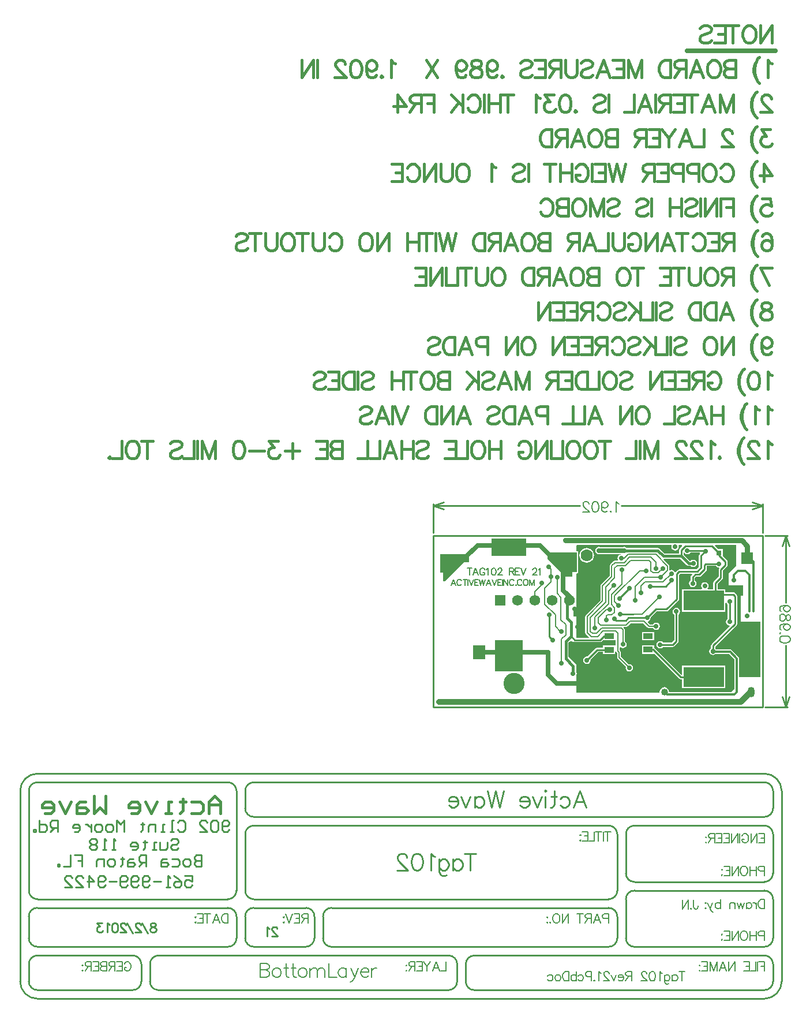
<source format=gbl>
%FSLAX25Y25*%
%MOIN*%
G70*
G01*
G75*
G04 Layer_Physical_Order=2*
G04 Layer_Color=16711680*
%ADD10C,0.03000*%
%ADD11R,0.11024X0.05512*%
%ADD12R,0.03600X0.03600*%
%ADD13R,0.05000X0.03600*%
%ADD14R,0.02362X0.02362*%
%ADD15C,0.04000*%
%ADD16R,0.07400X0.04500*%
%ADD17R,0.03600X0.03600*%
%ADD18R,0.03600X0.05000*%
%ADD19R,0.02000X0.05000*%
%ADD20R,0.06299X0.05906*%
%ADD21R,0.02362X0.10000*%
%ADD22R,0.02362X0.09000*%
%ADD23R,0.07000X0.02362*%
%ADD24R,0.09000X0.02362*%
%ADD25O,0.02400X0.08000*%
%ADD26R,0.01378X0.03543*%
%ADD27R,0.01378X0.03543*%
%ADD28O,0.01600X0.06000*%
%ADD29O,0.01600X0.06000*%
%ADD30R,0.03000X0.03000*%
%ADD31R,0.03000X0.03000*%
%ADD32C,0.02500*%
%ADD33C,0.01000*%
%ADD34C,0.00800*%
%ADD35C,0.01500*%
%ADD36C,0.01228*%
%ADD37C,0.02000*%
%ADD38C,0.01200*%
%ADD39C,0.01400*%
%ADD40C,0.01600*%
%ADD41C,0.00600*%
%ADD42C,0.00900*%
%ADD43C,0.00500*%
%ADD44C,0.12200*%
%ADD45C,0.07000*%
%ADD46O,0.04000X0.06000*%
%ADD47C,0.06200*%
%ADD48R,0.06200X0.06200*%
%ADD49C,0.02800*%
%ADD50R,0.05700X0.03500*%
%ADD51R,0.07000X0.07000*%
%ADD52R,0.23622X0.11811*%
%ADD53R,0.16000X0.18000*%
%ADD54R,0.20000X0.10000*%
%ADD55C,0.02000*%
%ADD56C,0.03200*%
G36*
X41293Y-3400D02*
X42893D01*
Y-8500D01*
X43693D01*
X54693Y2500D01*
X57793D01*
Y7200D01*
X41293D01*
Y-3400D01*
D02*
G37*
G36*
X103293Y4100D02*
X113393Y-6000D01*
X117493D01*
Y-3100D01*
X120193D01*
Y8200D01*
X103293D01*
Y4100D01*
D02*
G37*
G36*
X199972Y11851D02*
X201723Y10100D01*
X204393D01*
Y6130D01*
X206758Y3765D01*
X207023Y3368D01*
X207116Y2900D01*
Y800D01*
X207023Y332D01*
X206758Y-65D01*
X204516Y-2307D01*
Y-6400D01*
X204423Y-6868D01*
X204158Y-7265D01*
X201416Y-10007D01*
Y-13047D01*
X206004D01*
Y-14876D01*
X210493D01*
X210961Y-14970D01*
X211358Y-15235D01*
X212358Y-16235D01*
X212623Y-16632D01*
X212716Y-17100D01*
Y-33100D01*
X212623Y-33568D01*
X212358Y-33965D01*
X200116Y-46207D01*
Y-47326D01*
X200207Y-47386D01*
X200523Y-47860D01*
X208693D01*
X209205Y-47962D01*
X209640Y-48252D01*
X209640Y-48253D01*
X213540Y-52153D01*
X213831Y-52587D01*
X213933Y-53100D01*
Y-63544D01*
X214286Y-63898D01*
X226169Y-63888D01*
Y-31888D01*
X214805D01*
Y-16887D01*
X216305D01*
Y-10887D01*
X207805D01*
Y-3887D01*
X212305Y612D01*
X212303Y12313D01*
X200164D01*
X199972Y11851D01*
D02*
G37*
G36*
X60293Y-53700D02*
X67293D01*
Y-45500D01*
X60293D01*
Y-53700D01*
D02*
G37*
G36*
X181716Y7966D02*
Y6867D01*
X185305Y3278D01*
X185855D01*
X185879Y3314D01*
X186573Y3778D01*
X187393Y3941D01*
X188212Y3778D01*
X188907Y3314D01*
X189371Y2619D01*
X189534Y1800D01*
X189371Y981D01*
X188907Y286D01*
X188212Y-178D01*
X187393Y-341D01*
X186573Y-178D01*
X185879Y286D01*
X185855Y322D01*
X184693D01*
X184127Y434D01*
X183647Y755D01*
X179880Y4522D01*
X170410D01*
X170219Y4060D01*
X173286Y993D01*
X173529Y629D01*
X173614Y200D01*
X173614Y200D01*
Y-1734D01*
X173681Y-1834D01*
X174001Y-2097D01*
X174693Y-1959D01*
X175512Y-2122D01*
X176207Y-2586D01*
X176656Y-3259D01*
X176738Y-3267D01*
X177309Y-3154D01*
X178428Y-2035D01*
X178824Y-1770D01*
X179293Y-1677D01*
X189186D01*
X190669Y-193D01*
Y6400D01*
X190762Y6868D01*
X191027Y7265D01*
X191027Y7265D01*
D01*
D01*
D01*
D01*
X191027Y7265D01*
X191027D01*
X191277Y7514D01*
X191086Y7976D01*
X185701D01*
X185507Y7686D01*
X184812Y7222D01*
X183993Y7059D01*
X183173Y7222D01*
X182479Y7686D01*
X182195Y8111D01*
X181716Y7966D01*
D02*
G37*
G36*
X119803Y11959D02*
X119804Y8914D01*
X120193D01*
X120466Y8859D01*
X120697Y8705D01*
X120852Y8473D01*
X120906Y8200D01*
Y-3100D01*
X120852Y-3373D01*
X120697Y-3605D01*
X120466Y-3759D01*
X120193Y-3814D01*
X120160D01*
X119807Y-4167D01*
X119812Y-23413D01*
X118312D01*
Y-29013D01*
X119812D01*
X119796Y-40823D01*
X120150Y-41177D01*
X126930D01*
X127121Y-40715D01*
X125300Y-38893D01*
X125300Y-38893D01*
X125057Y-38529D01*
D01*
D01*
D01*
Y-38529D01*
X125057D01*
D01*
D01*
D01*
D01*
X125056D01*
D01*
D01*
D01*
D01*
Y-38529D01*
X125056D01*
D01*
Y-38529D01*
D01*
D01*
D01*
D01*
D01*
D01*
D01*
D01*
D01*
D01*
D01*
D01*
Y-38529D01*
D01*
X125056D01*
D01*
D01*
D01*
D01*
X125057Y-38529D01*
X124971Y-38100D01*
X124971Y-38100D01*
Y-28855D01*
X124971Y-28854D01*
X125057Y-28425D01*
X125300Y-28061D01*
X133871Y-19490D01*
Y-11100D01*
X133871Y-11100D01*
X133957Y-10671D01*
X134200Y-10307D01*
X139071Y-5435D01*
Y300D01*
X139071Y300D01*
X139156Y729D01*
X139400Y1093D01*
X139400Y1093D01*
X141300Y2993D01*
X141663Y3236D01*
X142093Y3322D01*
X142093Y3322D01*
X143725D01*
X143960Y3762D01*
X143815Y3981D01*
X143651Y4800D01*
X143815Y5619D01*
X144279Y6314D01*
X144973Y6778D01*
X145793Y6941D01*
X145522Y7212D01*
X133661D01*
X132893Y7059D01*
X132073Y7222D01*
X131379Y7686D01*
X130914Y8381D01*
X130752Y9200D01*
X130914Y10019D01*
X131379Y10714D01*
X132073Y11178D01*
X132893Y11341D01*
X133661Y11188D01*
X146624D01*
X147393Y11341D01*
X148212Y11178D01*
X148907Y10714D01*
X148930Y10678D01*
X166993D01*
X167464Y10584D01*
X167558Y10566D01*
X168038Y10245D01*
X170805Y7478D01*
X179269D01*
Y9600D01*
X179362Y10068D01*
X179628Y10465D01*
X181013Y11851D01*
X180822Y12313D01*
X179326D01*
X179009Y11926D01*
X179134Y11300D01*
X178971Y10481D01*
X178507Y9786D01*
X177812Y9322D01*
X176993Y9159D01*
X176173Y9322D01*
X175479Y9786D01*
X175014Y10481D01*
X174852Y11300D01*
X175014Y12119D01*
X174911Y12313D01*
X120157D01*
X119803Y11959D01*
D02*
G37*
G36*
X195116Y-1700D02*
X195023Y-2168D01*
X194758Y-2565D01*
X191758Y-5565D01*
X191361Y-5830D01*
X190893Y-5923D01*
X188999D01*
X188316Y-6607D01*
Y-8092D01*
X188607Y-8286D01*
X189071Y-8981D01*
X189234Y-9800D01*
X189071Y-10619D01*
X188607Y-11314D01*
X187912Y-11778D01*
X187093Y-11941D01*
X186273Y-11778D01*
X185579Y-11314D01*
X185115Y-10619D01*
X184951Y-9800D01*
X185115Y-8981D01*
X185579Y-8286D01*
X185869Y-8092D01*
Y-6100D01*
X185962Y-5632D01*
X186228Y-5235D01*
X186877Y-4586D01*
X186686Y-4123D01*
X179799D01*
X179116Y-4807D01*
Y-18800D01*
X179023Y-19268D01*
X178758Y-19665D01*
X172858Y-25565D01*
X172461Y-25830D01*
X171993Y-25923D01*
X166199D01*
X162766Y-29357D01*
X162834Y-29700D01*
X162671Y-30519D01*
X162207Y-31214D01*
X161512Y-31678D01*
X161235Y-31733D01*
X161090Y-32212D01*
X162268Y-33389D01*
X164206D01*
X164468Y-32997D01*
X165162Y-32533D01*
X165982Y-32370D01*
X166801Y-32533D01*
X167496Y-32997D01*
X167960Y-33691D01*
X168123Y-34511D01*
X167960Y-35330D01*
X167496Y-36025D01*
X166801Y-36489D01*
X165982Y-36652D01*
X165162Y-36489D01*
X164468Y-36025D01*
X164206Y-35633D01*
X161804D01*
X161804Y-35633D01*
X161374Y-35547D01*
X161011Y-35304D01*
X158528Y-32822D01*
X151257D01*
X149386Y-34693D01*
X149022Y-34936D01*
X148593Y-35022D01*
X148593Y-35022D01*
X147354D01*
X147162Y-35484D01*
X147586Y-35907D01*
X147829Y-36271D01*
X147914Y-36700D01*
X147914Y-36700D01*
Y-43124D01*
X148307Y-43386D01*
X148771Y-44081D01*
X148934Y-44900D01*
X148771Y-45719D01*
X148307Y-46414D01*
X147612Y-46878D01*
X146793Y-47041D01*
X145973Y-46878D01*
X145355Y-46465D01*
X144914Y-46701D01*
Y-48335D01*
X145286Y-48707D01*
X145529Y-49071D01*
X145614Y-49500D01*
X145614Y-49500D01*
Y-52035D01*
X150030Y-56451D01*
X150493Y-56359D01*
X151312Y-56522D01*
X152007Y-56986D01*
X152471Y-57681D01*
X152634Y-58500D01*
X152471Y-59319D01*
X152007Y-60014D01*
X151312Y-60478D01*
X150493Y-60641D01*
X149673Y-60478D01*
X148979Y-60014D01*
X148514Y-59319D01*
X148352Y-58500D01*
X148444Y-58037D01*
X143700Y-53293D01*
X143700Y-53293D01*
X143456Y-52929D01*
X143371Y-52500D01*
X143371Y-52500D01*
Y-49965D01*
X143000Y-49593D01*
X142756Y-49229D01*
X142740Y-49148D01*
X142243Y-49197D01*
Y-50600D01*
X135143D01*
Y-49273D01*
X132449D01*
X127966Y-53757D01*
X128034Y-54100D01*
X127871Y-54919D01*
X127407Y-55614D01*
X126712Y-56078D01*
X125893Y-56241D01*
X125073Y-56078D01*
X124379Y-55614D01*
X123915Y-54919D01*
X123751Y-54100D01*
X123915Y-53281D01*
X124379Y-52586D01*
X125073Y-52122D01*
X125893Y-51959D01*
X126235Y-52027D01*
X131078Y-47185D01*
X131474Y-46920D01*
X131943Y-46826D01*
X135143D01*
Y-45700D01*
X142243D01*
Y-45700D01*
X142317D01*
X142671Y-45346D01*
Y-42700D01*
X142243D01*
Y-42700D01*
X135143D01*
X135143Y-42700D01*
Y-42700D01*
X135058Y-42665D01*
X134458Y-43265D01*
X134061Y-43530D01*
X133593Y-43624D01*
X119793D01*
X119793Y-43700D01*
X115383D01*
X115293Y-43791D01*
Y-52000D01*
X119793Y-56500D01*
Y-60814D01*
X119971Y-61081D01*
X120134Y-61900D01*
X119971Y-62719D01*
X119793Y-62986D01*
Y-72800D01*
X167643D01*
X167973Y-72424D01*
X167969Y-72400D01*
X168062Y-71695D01*
X168334Y-71038D01*
X168767Y-70474D01*
X169331Y-70042D01*
X169988Y-69770D01*
X170693Y-69677D01*
X171397Y-69770D01*
X172054Y-70042D01*
X172618Y-70474D01*
X173051Y-71038D01*
X173323Y-71695D01*
X173416Y-72400D01*
X173556Y-72560D01*
X209133D01*
X211093Y-70600D01*
Y-63900D01*
X211253Y-63900D01*
Y-53655D01*
X208138Y-50540D01*
X200248D01*
X199653Y-50937D01*
X198893Y-51088D01*
X198132Y-50937D01*
X198116Y-50927D01*
X197873Y-50878D01*
X197179Y-50414D01*
X196714Y-49719D01*
X196552Y-48900D01*
X196714Y-48081D01*
X197179Y-47386D01*
X197669Y-47058D01*
Y-45700D01*
X197762Y-45232D01*
X198028Y-44835D01*
X198028Y-44835D01*
D01*
D01*
D01*
D01*
X198028Y-44835D01*
D01*
D01*
X198028D01*
X208542Y-34320D01*
X208393Y-34041D01*
X207573Y-33878D01*
X206879Y-33414D01*
X206415Y-32719D01*
X206252Y-31900D01*
X206415Y-31081D01*
X206879Y-30386D01*
X207169Y-30192D01*
Y-21808D01*
X206879Y-21614D01*
X206482Y-21021D01*
X206004Y-21166D01*
Y-26258D01*
X180982D01*
Y-13047D01*
X192271D01*
X192507Y-12606D01*
X192114Y-12019D01*
X191952Y-11200D01*
X192114Y-10381D01*
X192579Y-9686D01*
X193273Y-9222D01*
X194093Y-9059D01*
X194912Y-9222D01*
X195607Y-9686D01*
X196071Y-10381D01*
X196234Y-11200D01*
X196071Y-12019D01*
X195679Y-12606D01*
X195914Y-13047D01*
X198969D01*
Y-9500D01*
X199062Y-9032D01*
X199328Y-8635D01*
X202069Y-5893D01*
Y-1800D01*
X202162Y-1332D01*
X202269Y-1173D01*
X202428Y-935D01*
X202213Y-534D01*
X202179Y-541D01*
X201359Y-378D01*
X200665Y86D01*
X200471Y377D01*
X195116D01*
Y-1700D01*
D02*
G37*
%LPC*%
G36*
X157743Y-45500D02*
X164843D01*
Y-46908D01*
X165108Y-47085D01*
X180520Y-62497D01*
X180982Y-62305D01*
Y-57142D01*
X206004D01*
Y-70353D01*
X180982D01*
Y-65071D01*
X180140D01*
X179672Y-64978D01*
X179275Y-64712D01*
X164927Y-50365D01*
X164843Y-50400D01*
Y-50400D01*
X164843Y-50400D01*
X157743D01*
Y-45500D01*
D02*
G37*
G36*
X125793Y10636D02*
X126889Y10492D01*
X127911Y10069D01*
X128788Y9396D01*
X129461Y8518D01*
X129885Y7496D01*
X130029Y6400D01*
X129885Y5304D01*
X129461Y4282D01*
X128788Y3404D01*
X127911Y2731D01*
X126889Y2308D01*
X125793Y2164D01*
X124696Y2308D01*
X123674Y2731D01*
X122797Y3404D01*
X122124Y4282D01*
X121701Y5304D01*
X121556Y6400D01*
X121701Y7496D01*
X122124Y8518D01*
X122797Y9396D01*
X123674Y10069D01*
X124696Y10492D01*
X125793Y10636D01*
D02*
G37*
G36*
X157743Y-37800D02*
X164843D01*
Y-42700D01*
X157743D01*
Y-37800D01*
D02*
G37*
G36*
X177593Y-23859D02*
X178412Y-24022D01*
X179107Y-24486D01*
X179571Y-25181D01*
X179734Y-26000D01*
X179571Y-26819D01*
X179107Y-27514D01*
X178816Y-27708D01*
Y-43100D01*
X178723Y-43568D01*
X178458Y-43965D01*
X176358Y-46065D01*
X175961Y-46330D01*
X175493Y-46424D01*
X170001D01*
X169807Y-46714D01*
X169112Y-47178D01*
X168293Y-47341D01*
X167473Y-47178D01*
X166779Y-46714D01*
X166314Y-46019D01*
X166151Y-45200D01*
X166314Y-44381D01*
X166779Y-43686D01*
X167473Y-43222D01*
X168293Y-43059D01*
X169112Y-43222D01*
X169807Y-43686D01*
X170001Y-43977D01*
X174986D01*
X176369Y-42593D01*
Y-27708D01*
X176079Y-27514D01*
X175615Y-26819D01*
X175452Y-26000D01*
X175615Y-25181D01*
X176079Y-24486D01*
X176773Y-24022D01*
X177593Y-23859D01*
D02*
G37*
%LPD*%
D10*
X218493Y4900D02*
Y11900D01*
X215393Y15000D01*
X113393D01*
D15*
X170693Y-72400D02*
D03*
D31*
X202193Y7900D02*
D03*
X208193D02*
D03*
D32*
X98793Y12200D02*
X80693D01*
X198893Y-49100D02*
X198693Y-48900D01*
X103493Y-62500D02*
Y-49500D01*
X105293Y5700D02*
X98793Y12200D01*
X62793D02*
X56293Y5700D01*
X108593Y-67600D02*
X103493Y-62500D01*
X125693Y-67600D02*
X108593D01*
X112293Y-13900D02*
Y-900D01*
X115743Y-17350D02*
X112293Y-13900D01*
X80693Y12200D02*
X62793D01*
X103493Y-49500D02*
X80693D01*
X63593D01*
X147393Y9200D02*
X132893D01*
X234933Y297850D02*
X183933D01*
D33*
X194393Y9200D02*
X183993D01*
X142793Y-31200D02*
X141893Y-30300D01*
X148493Y-31200D02*
X142793D01*
X160693Y-29700D02*
X149993D01*
X148493Y-31200D01*
X198893Y-49100D02*
Y-45700D01*
X200193Y-16100D02*
Y-9500D01*
X201040Y-19653D02*
X193493D01*
X204593Y-16100D02*
X201040Y-19653D01*
X211493Y-33100D02*
Y-17100D01*
Y-33100D02*
X198893Y-45700D01*
X211493Y-17100D02*
X210493Y-16100D01*
X204593D01*
X203293Y-6400D02*
Y-1800D01*
Y-6400D02*
X200193Y-9500D01*
X205893Y800D02*
X203293Y-1800D01*
X205893Y800D02*
Y2900D01*
X202193Y6600D02*
Y7900D01*
X205893Y2900D02*
X202193Y6600D01*
X191893Y-700D02*
Y6400D01*
X208193Y5600D02*
Y7900D01*
X209693Y4100D02*
X208193Y5600D01*
X180493Y6000D02*
Y9600D01*
X182693Y11800D02*
X180493Y9600D01*
X198293Y11800D02*
X182693D01*
X202193Y7900D02*
X198293Y11800D01*
X209693Y2000D02*
X209493Y2200D01*
X209693Y2000D02*
Y4100D01*
X191893Y-700D02*
X189693Y-2900D01*
X175493Y-45200D02*
X168293D01*
X208393Y-31900D02*
Y-20100D01*
X180140Y-63847D02*
X164243Y-47950D01*
X161293D01*
X192293Y-63847D02*
X180140D01*
X138693Y-48150D02*
X138593Y-48050D01*
X131943D02*
X125893Y-54100D01*
X138593Y-48050D02*
X131943D01*
X169793Y-1100D02*
X169747D01*
X187093Y-9800D02*
Y-6100D01*
X190893Y-4700D02*
X188493D01*
X193893Y-1700D02*
X190893Y-4700D01*
X188493D02*
X187093Y-6100D01*
X202179Y1600D02*
X194593D01*
X193893Y900D01*
Y-1700D02*
Y900D01*
X194393Y8900D02*
X191893Y6400D01*
X179293Y-2900D02*
X177860Y-4333D01*
X189693Y-2900D02*
X179293D01*
X106093Y-42400D02*
X104093Y-40400D01*
Y-28000D01*
X150493Y-12400D02*
X144693Y-18200D01*
Y-18600D02*
Y-18200D01*
X177593Y-43100D02*
X175493Y-45200D01*
X177593Y-43100D02*
Y-26000D01*
X118793Y-42400D02*
X116693Y-40300D01*
X138693Y-40250D02*
X135743D01*
X133593Y-42400D01*
X118793D01*
X177893Y-18800D02*
X171993Y-24700D01*
X177893Y-18800D02*
Y-4366D01*
X171993Y-24700D02*
X165693D01*
X160693Y-29700D01*
X174993Y-8000D02*
X171493Y-11500D01*
X162393D01*
X37193Y19300D02*
Y36000D01*
X227393Y19300D02*
Y36000D01*
X121809Y35000D02*
X37193D01*
X227393D02*
X145976D01*
X43193Y37000D02*
X37193Y35000D01*
X43193Y33000D02*
X37193Y35000D01*
X227393D02*
X221393Y33000D01*
X227393Y35000D02*
X221393Y37000D01*
X241993Y17800D02*
X228893D01*
X241993Y-81100D02*
X228893D01*
X240993Y-20838D02*
Y17800D01*
Y-81100D02*
Y-45662D01*
X242993Y11800D02*
X240993Y17800D01*
X238993Y11800D01*
X240993Y-81100D02*
X238993Y-75100D01*
X242993D02*
X240993Y-81100D01*
X37193D02*
Y17800D01*
X227393D02*
X37193D01*
X227393Y-81100D02*
X37193D01*
X227393D02*
Y17800D01*
X61001Y-224618D02*
G03*
X56001Y-229618I0J-5000D01*
G01*
X56003Y-239650D02*
G03*
X60884Y-244618I4798J-167D01*
G01*
X51001Y-229618D02*
G03*
X46001Y-224618I-5000J0D01*
G01*
X46088Y-244617D02*
G03*
X51001Y-239618I-87J4999D01*
G01*
X-121499Y-224618D02*
G03*
X-126499Y-229618I0J-5000D01*
G01*
X-126497Y-239650D02*
G03*
X-121616Y-244618I4798J-167D01*
G01*
X-136485Y-244617D02*
G03*
X-131499Y-239718I85J4899D01*
G01*
Y-229618D02*
G03*
X-136499Y-224618I-5000J0D01*
G01*
X153401Y-149618D02*
G03*
X148501Y-154518I0J-4900D01*
G01*
Y-177318D02*
G03*
X153301Y-182118I4800J0D01*
G01*
X153572Y-187121D02*
G03*
X148501Y-192018I-171J-4897D01*
G01*
X138601Y-192118D02*
G03*
X143501Y-187218I0J4900D01*
G01*
X138601Y-219618D02*
G03*
X143501Y-214718I0J4900D01*
G01*
X148501D02*
G03*
X153401Y-219618I4900J0D01*
G01*
X-21599Y-197118D02*
G03*
X-26499Y-202018I0J-4900D01*
G01*
X-26499Y-214632D02*
G03*
X-21599Y-219618I4899J-85D01*
G01*
X-36510Y-219617D02*
G03*
X-31499Y-214518I-89J5099D01*
G01*
X-31506Y-202169D02*
G03*
X-36299Y-197118I-4793J251D01*
G01*
X143501Y-202118D02*
G03*
X138501Y-197118I-5000J0D01*
G01*
X143501Y-154618D02*
G03*
X138501Y-149618I-5000J0D01*
G01*
X228588Y-219617D02*
G03*
X233501Y-214618I-87J4999D01*
G01*
Y-192118D02*
G03*
X228501Y-187118I-5000J0D01*
G01*
Y-182118D02*
G03*
X233501Y-177118I0J5000D01*
G01*
Y-154618D02*
G03*
X228501Y-149618I-5000J0D01*
G01*
Y-144618D02*
G03*
X233501Y-139618I0J5000D01*
G01*
Y-129618D02*
G03*
X228501Y-124618I-5000J0D01*
G01*
X-66499D02*
G03*
X-71499Y-129618I0J-5000D01*
G01*
X-76499D02*
G03*
X-81499Y-124618I-5000J0D01*
G01*
X-71499Y-139618D02*
G03*
X-66499Y-144618I5000J0D01*
G01*
Y-149618D02*
G03*
X-71499Y-154618I0J-5000D01*
G01*
X233501Y-229618D02*
G03*
X228501Y-224618I-5000J0D01*
G01*
X-71500Y-187118D02*
G03*
X-66587Y-192118I5001J0D01*
G01*
X228588Y-244617D02*
G03*
X233501Y-239618I-87J4999D01*
G01*
X-66599Y-197118D02*
G03*
X-71499Y-202018I0J-4900D01*
G01*
X-81485Y-219617D02*
G03*
X-76499Y-214718I85J4899D01*
G01*
X-71499Y-214618D02*
G03*
X-66499Y-219618I5000J0D01*
G01*
X-196499Y-239618D02*
G03*
X-191499Y-244618I5000J0D01*
G01*
Y-224617D02*
G03*
X-196500Y-229530I0J-5001D01*
G01*
X-196499Y-214618D02*
G03*
X-191499Y-219618I5000J0D01*
G01*
X-191428Y-124621D02*
G03*
X-196499Y-129518I-171J-4897D01*
G01*
X-191499Y-119618D02*
G03*
X-201499Y-129618I0J-10000D01*
G01*
Y-239618D02*
G03*
X-191499Y-249618I10000J0D01*
G01*
X228577Y-249616D02*
G03*
X238501Y-239518I-176J10098D01*
G01*
Y-129618D02*
G03*
X228501Y-119618I-10000J0D01*
G01*
X-81499Y-192118D02*
G03*
X-76499Y-187118I0J5000D01*
G01*
X-196499D02*
G03*
X-191499Y-192118I5000J0D01*
G01*
X-76499Y-202118D02*
G03*
X-81499Y-197118I-5000J0D01*
G01*
X-191599D02*
G03*
X-196499Y-202018I0J-4900D01*
G01*
X46001Y-244618D02*
X-121499D01*
X228501D02*
X61001D01*
X228501Y-224618D02*
X61001D01*
X46001D02*
X-121499D01*
X-136499Y-244618D02*
X-191499D01*
X-136499Y-224618D02*
X-191499D01*
X228501Y-124618D02*
X-66499D01*
X228501Y-249618D02*
X-191499D01*
X228501Y-119618D02*
X-191499D01*
X228501Y-219618D02*
X153501D01*
X228501Y-187118D02*
X153501D01*
X228501Y-182118D02*
X153501D01*
X228501Y-149618D02*
X153501D01*
X228501Y-144618D02*
X-66499D01*
X138501Y-149618D02*
X-66499D01*
X138501Y-197118D02*
X-21499D01*
X138501Y-219618D02*
X-21499D01*
X-36499D02*
X-66499D01*
X-36499Y-197118D02*
X-66499D01*
X-81499Y-219618D02*
X-191499D01*
X-81499Y-124618D02*
X-191499D01*
X138501Y-192118D02*
X-66499D01*
X-81499D02*
X-191499D01*
X-81499Y-197118D02*
X-191499D01*
X56001Y-239618D02*
Y-229618D01*
X51001Y-239618D02*
Y-229618D01*
X-126499Y-239618D02*
Y-229618D01*
X-131499Y-239618D02*
Y-229618D01*
X-201499Y-239618D02*
Y-129618D01*
X233501Y-214618D02*
Y-192118D01*
X148501Y-214618D02*
Y-192118D01*
X233501Y-177118D02*
Y-154618D01*
X148501Y-177118D02*
Y-154618D01*
X233501Y-139618D02*
Y-129618D01*
X-71499Y-139618D02*
Y-129618D01*
Y-187118D02*
Y-154618D01*
X143501Y-187118D02*
Y-154618D01*
X-26499Y-214618D02*
Y-202118D01*
X143501Y-214618D02*
Y-202118D01*
X-31499Y-214618D02*
Y-202118D01*
X-71499Y-214618D02*
Y-202118D01*
X-196499Y-239618D02*
Y-229618D01*
X233501Y-239618D02*
Y-229618D01*
X238501Y-239618D02*
Y-129618D01*
X-76499Y-187118D02*
Y-129618D01*
X-196499Y-187118D02*
Y-129618D01*
X-76499Y-214618D02*
Y-202118D01*
X-196499Y-214618D02*
Y-202018D01*
X-96660Y-166692D02*
Y-173090D01*
X-99859D01*
X-100925Y-172023D01*
Y-170957D01*
X-99859Y-169891D01*
X-96660D01*
X-99859D01*
X-100925Y-168825D01*
Y-167758D01*
X-99859Y-166692D01*
X-96660D01*
X-104124Y-173090D02*
X-106256D01*
X-107323Y-172023D01*
Y-169891D01*
X-106256Y-168825D01*
X-104124D01*
X-103058Y-169891D01*
Y-172023D01*
X-104124Y-173090D01*
X-113721Y-168825D02*
X-110522D01*
X-109456Y-169891D01*
Y-172023D01*
X-110522Y-173090D01*
X-113721D01*
X-116920Y-168825D02*
X-119052D01*
X-120119Y-169891D01*
Y-173090D01*
X-116920D01*
X-115853Y-172023D01*
X-116920Y-170957D01*
X-120119D01*
X-128649Y-173090D02*
Y-166692D01*
X-131848D01*
X-132914Y-167758D01*
Y-169891D01*
X-131848Y-170957D01*
X-128649D01*
X-130782D02*
X-132914Y-173090D01*
X-136114Y-168825D02*
X-138246D01*
X-139313Y-169891D01*
Y-173090D01*
X-136114D01*
X-135047Y-172023D01*
X-136114Y-170957D01*
X-139313D01*
X-142511Y-167758D02*
Y-168825D01*
X-141445D01*
X-143578D01*
X-142511D01*
Y-172023D01*
X-143578Y-173090D01*
X-147843D02*
X-149976D01*
X-151042Y-172023D01*
Y-169891D01*
X-149976Y-168825D01*
X-147843D01*
X-146777Y-169891D01*
Y-172023D01*
X-147843Y-173090D01*
X-153175D02*
Y-168825D01*
X-156374D01*
X-157440Y-169891D01*
Y-173090D01*
X-170236Y-166692D02*
X-165971D01*
Y-169891D01*
X-168103D01*
X-165971D01*
Y-173090D01*
X-172368Y-166692D02*
Y-173090D01*
X-176634D01*
X-178766D02*
Y-172023D01*
X-179833D01*
Y-173090D01*
X-178766D01*
X-80660Y-152023D02*
X-81726Y-153090D01*
X-83859D01*
X-84925Y-152023D01*
Y-147758D01*
X-83859Y-146692D01*
X-81726D01*
X-80660Y-147758D01*
Y-148825D01*
X-81726Y-149891D01*
X-84925D01*
X-87058Y-147758D02*
X-88124Y-146692D01*
X-90257D01*
X-91323Y-147758D01*
Y-152023D01*
X-90257Y-153090D01*
X-88124D01*
X-87058Y-152023D01*
Y-147758D01*
X-97721Y-153090D02*
X-93455D01*
X-97721Y-148825D01*
Y-147758D01*
X-96654Y-146692D01*
X-94522D01*
X-93455Y-147758D01*
X-110517D02*
X-109450Y-146692D01*
X-107318D01*
X-106251Y-147758D01*
Y-152023D01*
X-107318Y-153090D01*
X-109450D01*
X-110517Y-152023D01*
X-112649Y-153090D02*
X-114782D01*
X-113716D01*
Y-146692D01*
X-112649D01*
X-117981Y-153090D02*
X-120114D01*
X-119047D01*
Y-148825D01*
X-117981D01*
X-123312Y-153090D02*
Y-148825D01*
X-126511D01*
X-127578Y-149891D01*
Y-153090D01*
X-130777Y-147758D02*
Y-148825D01*
X-129710D01*
X-131843D01*
X-130777D01*
Y-152023D01*
X-131843Y-153090D01*
X-141440D02*
Y-146692D01*
X-143573Y-148825D01*
X-145705Y-146692D01*
Y-153090D01*
X-148904D02*
X-151037D01*
X-152103Y-152023D01*
Y-149891D01*
X-151037Y-148825D01*
X-148904D01*
X-147838Y-149891D01*
Y-152023D01*
X-148904Y-153090D01*
X-155302D02*
X-157435D01*
X-158501Y-152023D01*
Y-149891D01*
X-157435Y-148825D01*
X-155302D01*
X-154236Y-149891D01*
Y-152023D01*
X-155302Y-153090D01*
X-160634Y-148825D02*
Y-153090D01*
Y-150957D01*
X-161700Y-149891D01*
X-162766Y-148825D01*
X-163833D01*
X-170231Y-153090D02*
X-168098D01*
X-167032Y-152023D01*
Y-149891D01*
X-168098Y-148825D01*
X-170231D01*
X-171297Y-149891D01*
Y-150957D01*
X-167032D01*
X-179827Y-153090D02*
Y-146692D01*
X-183027D01*
X-184093Y-147758D01*
Y-149891D01*
X-183027Y-150957D01*
X-179827D01*
X-181960D02*
X-184093Y-153090D01*
X-190491Y-146692D02*
Y-153090D01*
X-187292D01*
X-186225Y-152023D01*
Y-149891D01*
X-187292Y-148825D01*
X-190491D01*
X-192623Y-153090D02*
Y-152023D01*
X-193690D01*
Y-153090D01*
X-192623D01*
X-106425Y-178692D02*
X-102160D01*
Y-181891D01*
X-104292Y-180824D01*
X-105359D01*
X-106425Y-181891D01*
Y-184023D01*
X-105359Y-185090D01*
X-103226D01*
X-102160Y-184023D01*
X-112823Y-178692D02*
X-110690Y-179758D01*
X-108557Y-181891D01*
Y-184023D01*
X-109624Y-185090D01*
X-111757D01*
X-112823Y-184023D01*
Y-182957D01*
X-111757Y-181891D01*
X-108557D01*
X-114955Y-185090D02*
X-117088D01*
X-116022D01*
Y-178692D01*
X-114955Y-179758D01*
X-120287Y-181891D02*
X-124552D01*
X-126685Y-184023D02*
X-127751Y-185090D01*
X-129884D01*
X-130950Y-184023D01*
Y-179758D01*
X-129884Y-178692D01*
X-127751D01*
X-126685Y-179758D01*
Y-180824D01*
X-127751Y-181891D01*
X-130950D01*
X-133083Y-184023D02*
X-134149Y-185090D01*
X-136282D01*
X-137348Y-184023D01*
Y-179758D01*
X-136282Y-178692D01*
X-134149D01*
X-133083Y-179758D01*
Y-180824D01*
X-134149Y-181891D01*
X-137348D01*
X-139481Y-184023D02*
X-140547Y-185090D01*
X-142680D01*
X-143746Y-184023D01*
Y-179758D01*
X-142680Y-178692D01*
X-140547D01*
X-139481Y-179758D01*
Y-180824D01*
X-140547Y-181891D01*
X-143746D01*
X-145879D02*
X-150144D01*
X-152277Y-184023D02*
X-153343Y-185090D01*
X-155476D01*
X-156542Y-184023D01*
Y-179758D01*
X-155476Y-178692D01*
X-153343D01*
X-152277Y-179758D01*
Y-180824D01*
X-153343Y-181891D01*
X-156542D01*
X-161874Y-185090D02*
Y-178692D01*
X-158675Y-181891D01*
X-162940D01*
X-169338Y-185090D02*
X-165073D01*
X-169338Y-180824D01*
Y-179758D01*
X-168272Y-178692D01*
X-166139D01*
X-165073Y-179758D01*
X-175736Y-185090D02*
X-171470D01*
X-175736Y-180824D01*
Y-179758D01*
X-174670Y-178692D01*
X-172537D01*
X-171470Y-179758D01*
X-114425Y-158258D02*
X-113359Y-157192D01*
X-111226D01*
X-110160Y-158258D01*
Y-159325D01*
X-111226Y-160391D01*
X-113359D01*
X-114425Y-161457D01*
Y-162523D01*
X-113359Y-163590D01*
X-111226D01*
X-110160Y-162523D01*
X-116558Y-159325D02*
Y-162523D01*
X-117624Y-163590D01*
X-120823D01*
Y-159325D01*
X-122956Y-163590D02*
X-125088D01*
X-124022D01*
Y-159325D01*
X-122956D01*
X-129353Y-158258D02*
Y-159325D01*
X-128287D01*
X-130420D01*
X-129353D01*
Y-162523D01*
X-130420Y-163590D01*
X-136818D02*
X-134685D01*
X-133619Y-162523D01*
Y-160391D01*
X-134685Y-159325D01*
X-136818D01*
X-137884Y-160391D01*
Y-161457D01*
X-133619D01*
X-146414Y-163590D02*
X-148547D01*
X-147481D01*
Y-157192D01*
X-146414Y-158258D01*
X-151746Y-163590D02*
X-153879D01*
X-152813D01*
Y-157192D01*
X-151746Y-158258D01*
X-157078D02*
X-158144Y-157192D01*
X-160277D01*
X-161343Y-158258D01*
Y-159325D01*
X-160277Y-160391D01*
X-161343Y-161457D01*
Y-162523D01*
X-160277Y-163590D01*
X-158144D01*
X-157078Y-162523D01*
Y-161457D01*
X-158144Y-160391D01*
X-157078Y-159325D01*
Y-158258D01*
X-158144Y-160391D02*
X-160277D01*
D34*
X140293Y-27800D02*
X137993D01*
X141693Y-26400D02*
X140293Y-27800D01*
X137993D02*
X137193Y-28600D01*
Y-30900D02*
Y-28600D01*
X148593Y-33900D02*
X133893D01*
X150793Y-31700D02*
X148593Y-33900D01*
X158993Y-31700D02*
X150793D01*
X161804Y-34511D02*
X158993Y-31700D01*
X132593Y-32600D02*
Y-29700D01*
X133893Y-33900D02*
X132593Y-32600D01*
X137293Y-25000D02*
X132593Y-29700D01*
X139093Y-25000D02*
X137293D01*
X165982Y-34511D02*
X161804D01*
X113793Y-39400D02*
Y-33700D01*
X110993Y-30900D01*
Y-17800D01*
X113793Y-39400D02*
X111293Y-41900D01*
Y-56000D02*
Y-41900D01*
X95743Y-19600D02*
Y-14445D01*
X99693Y-10495D02*
X95743Y-14445D01*
X99693Y-10495D02*
Y-9700D01*
X105193Y-8800D02*
X101493Y-12500D01*
X105193Y-1700D02*
X103793Y-300D01*
X110993Y-17800D02*
X108793Y-15600D01*
Y-6100D01*
X107716Y-34623D02*
Y-28023D01*
X101493Y-21800D01*
Y-12500D01*
X110993Y-37900D02*
X107716Y-34623D01*
X105193Y-8800D02*
Y-6000D01*
Y-1700D01*
X147593Y4800D02*
X145793D01*
X150493Y-58500D02*
X144493Y-52500D01*
Y-49500D02*
X143793Y-48800D01*
X144493Y-52500D02*
Y-49500D01*
X165793Y-1100D02*
Y2400D01*
X153893Y-19700D02*
Y-19300D01*
X147493Y2200D02*
X142093D01*
X160293Y-2500D02*
X156393D01*
X149793Y7000D02*
X147593Y4800D01*
X150593Y5300D02*
X147493Y2200D01*
X165793Y2400D02*
X162893Y5300D01*
X165693Y7000D02*
X149793D01*
X162893Y5300D02*
X150593D01*
X144093Y-22500D02*
X141943Y-20350D01*
Y-16950D01*
X142093Y2200D02*
X140193Y300D01*
Y-5900D02*
Y300D01*
X134993Y-19954D02*
Y-11100D01*
X140193Y-5900D02*
X134993Y-11100D01*
X136793Y-20700D02*
Y-11800D01*
X141993Y-6600D02*
X136793Y-11800D01*
X141493Y-11000D02*
X138393Y-14100D01*
Y-21400D02*
Y-14100D01*
Y-21400D02*
X130593Y-29200D01*
X140093Y-22000D02*
Y-16200D01*
X141693Y-23636D02*
X141593Y-23536D01*
Y-23500D01*
X141693Y-26400D02*
Y-23636D01*
X141593Y-23500D02*
X140093Y-22000D01*
X143793Y-48800D02*
Y-38600D01*
X169793Y-1100D02*
X167193Y-3700D01*
X164293D02*
X162993Y-2400D01*
X167193Y-3700D02*
X164293D01*
X162993Y-2400D02*
Y2500D01*
X151293Y3600D02*
X148293Y600D01*
X161893Y3600D02*
X151293D01*
X162993Y2500D02*
X161893Y3600D01*
X141993Y-6600D02*
Y-800D01*
X143393Y600D02*
X141993Y-800D01*
X148293Y600D02*
X143393D01*
X146793Y-44900D02*
Y-36700D01*
X145793Y-35700D01*
X134993Y-19954D02*
X126093Y-28854D01*
X136793Y-20700D02*
X127893Y-29600D01*
X130593Y-35700D02*
Y-29200D01*
X126093Y-38100D02*
Y-28854D01*
X128393Y-40400D02*
X126093Y-38100D01*
X129093Y-38700D02*
X127893Y-37500D01*
Y-29600D01*
X132193Y-40400D02*
X128393D01*
X131493Y-38700D02*
X129093D01*
X135293Y-37300D02*
X132193Y-40400D01*
X134493Y-35700D02*
X131493Y-38700D01*
X142493Y-37300D02*
X135293D01*
X143793Y-38600D02*
X142493Y-37300D01*
X145793Y-35700D02*
X134493D01*
X172493Y200D02*
X165693Y7000D01*
X172493Y-2200D02*
Y200D01*
Y-2200D02*
X168393Y-6300D01*
X159293D01*
X157193Y-15100D02*
Y-11100D01*
X174693Y-4100D02*
X169993Y-8800D01*
X159493D02*
X157193Y-11100D01*
X169993Y-8800D02*
X159493D01*
X146093Y-10200D02*
Y-1900D01*
Y-10200D02*
X140093Y-16200D01*
X156393Y-2500D02*
X141943Y-16950D01*
X159293Y-6300D02*
X153893Y-11700D01*
Y-19300D02*
Y-11700D01*
X167693Y-17700D02*
X157693Y-27700D01*
X152793D01*
X-62907Y-229202D02*
Y-237200D01*
Y-229202D02*
X-59479D01*
X-58337Y-229583D01*
X-57956Y-229963D01*
X-57575Y-230725D01*
Y-231487D01*
X-57956Y-232249D01*
X-58337Y-232630D01*
X-59479Y-233010D01*
X-62907D02*
X-59479D01*
X-58337Y-233391D01*
X-57956Y-233772D01*
X-57575Y-234534D01*
Y-235677D01*
X-57956Y-236438D01*
X-58337Y-236819D01*
X-59479Y-237200D01*
X-62907D01*
X-53881Y-231868D02*
X-54642Y-232249D01*
X-55404Y-233010D01*
X-55785Y-234153D01*
Y-234915D01*
X-55404Y-236057D01*
X-54642Y-236819D01*
X-53881Y-237200D01*
X-52738D01*
X-51976Y-236819D01*
X-51215Y-236057D01*
X-50834Y-234915D01*
Y-234153D01*
X-51215Y-233010D01*
X-51976Y-232249D01*
X-52738Y-231868D01*
X-53881D01*
X-47939Y-229202D02*
Y-235677D01*
X-47558Y-236819D01*
X-46797Y-237200D01*
X-46035D01*
X-49082Y-231868D02*
X-46416D01*
X-43750Y-229202D02*
Y-235677D01*
X-43369Y-236819D01*
X-42607Y-237200D01*
X-41845D01*
X-44892Y-231868D02*
X-42226D01*
X-38798D02*
X-39560Y-232249D01*
X-40322Y-233010D01*
X-40703Y-234153D01*
Y-234915D01*
X-40322Y-236057D01*
X-39560Y-236819D01*
X-38798Y-237200D01*
X-37656D01*
X-36894Y-236819D01*
X-36132Y-236057D01*
X-35751Y-234915D01*
Y-234153D01*
X-36132Y-233010D01*
X-36894Y-232249D01*
X-37656Y-231868D01*
X-38798D01*
X-33999D02*
Y-237200D01*
Y-233391D02*
X-32857Y-232249D01*
X-32095Y-231868D01*
X-30952D01*
X-30191Y-232249D01*
X-29810Y-233391D01*
Y-237200D01*
Y-233391D02*
X-28667Y-232249D01*
X-27905Y-231868D01*
X-26763D01*
X-26001Y-232249D01*
X-25620Y-233391D01*
Y-237200D01*
X-23106Y-229202D02*
Y-237200D01*
X-18536D01*
X-13090Y-231868D02*
Y-237200D01*
Y-233010D02*
X-13851Y-232249D01*
X-14613Y-231868D01*
X-15756D01*
X-16517Y-232249D01*
X-17279Y-233010D01*
X-17660Y-234153D01*
Y-234915D01*
X-17279Y-236057D01*
X-16517Y-236819D01*
X-15756Y-237200D01*
X-14613D01*
X-13851Y-236819D01*
X-13090Y-236057D01*
X-10576Y-231868D02*
X-8291Y-237200D01*
X-6005Y-231868D02*
X-8291Y-237200D01*
X-9052Y-238723D01*
X-9814Y-239485D01*
X-10576Y-239866D01*
X-10957D01*
X-4672Y-234153D02*
X-102D01*
Y-233391D01*
X-483Y-232630D01*
X-864Y-232249D01*
X-1625Y-231868D01*
X-2768D01*
X-3530Y-232249D01*
X-4291Y-233010D01*
X-4672Y-234153D01*
Y-234915D01*
X-4291Y-236057D01*
X-3530Y-236819D01*
X-2768Y-237200D01*
X-1625D01*
X-864Y-236819D01*
X-102Y-236057D01*
X1612Y-231868D02*
Y-237200D01*
Y-234153D02*
X1993Y-233010D01*
X2755Y-232249D01*
X3517Y-231868D01*
X4659D01*
X187665Y-192391D02*
Y-196454D01*
X187919Y-197215D01*
X188173Y-197469D01*
X188681Y-197723D01*
X189189D01*
X189696Y-197469D01*
X189950Y-197215D01*
X190204Y-196454D01*
Y-195946D01*
X186040Y-197215D02*
X186294Y-197469D01*
X186040Y-197723D01*
X185786Y-197469D01*
X186040Y-197215D01*
X184618Y-192391D02*
Y-197723D01*
Y-192391D02*
X181063Y-197723D01*
Y-192391D02*
Y-197723D01*
D35*
X117993Y-57400D02*
X113693Y-53100D01*
X117993Y-61900D02*
Y-57400D01*
X116693Y-40300D02*
X113693Y-43300D01*
X115743Y-19600D02*
X114593Y-20750D01*
Y-30000D02*
Y-20750D01*
X116693Y-32100D02*
X114593Y-30000D01*
X116693Y-40300D02*
Y-32100D01*
X113693Y-53100D02*
Y-43300D01*
X184693Y1800D02*
X180493Y6000D01*
X187393Y1800D02*
X184693D01*
X180493Y6000D02*
X170193D01*
X166993Y9200D01*
X147393D01*
X-85660Y-142590D02*
Y-135925D01*
X-88992Y-132593D01*
X-92324Y-135925D01*
Y-142590D01*
Y-137591D01*
X-85660D01*
X-102321Y-135925D02*
X-97322D01*
X-95656Y-137591D01*
Y-140924D01*
X-97322Y-142590D01*
X-102321D01*
X-107319Y-134259D02*
Y-135925D01*
X-105653D01*
X-108985D01*
X-107319D01*
Y-140924D01*
X-108985Y-142590D01*
X-113984D02*
X-117316D01*
X-115650D01*
Y-135925D01*
X-113984D01*
X-122314D02*
X-125647Y-142590D01*
X-128979Y-135925D01*
X-137310Y-142590D02*
X-133977D01*
X-132311Y-140924D01*
Y-137591D01*
X-133977Y-135925D01*
X-137310D01*
X-138976Y-137591D01*
Y-139258D01*
X-132311D01*
X-152305Y-132593D02*
Y-142590D01*
X-155637Y-139258D01*
X-158969Y-142590D01*
Y-132593D01*
X-163968Y-135925D02*
X-167300D01*
X-168966Y-137591D01*
Y-142590D01*
X-163968D01*
X-162302Y-140924D01*
X-163968Y-139258D01*
X-168966D01*
X-172298Y-135925D02*
X-175630Y-142590D01*
X-178963Y-135925D01*
X-187293Y-142590D02*
X-183961D01*
X-182295Y-140924D01*
Y-137591D01*
X-183961Y-135925D01*
X-187293D01*
X-188960Y-137591D01*
Y-139258D01*
X-182295D01*
X232933Y290443D02*
X231981Y290920D01*
X230553Y292348D01*
Y282350D01*
X225601Y294252D02*
X224649Y293300D01*
X223697Y291872D01*
X222745Y289967D01*
X222269Y287587D01*
Y285683D01*
X222745Y283302D01*
X223697Y281398D01*
X224649Y279970D01*
X225601Y279017D01*
X224649Y293300D02*
X223697Y291396D01*
X223221Y289967D01*
X222745Y287587D01*
Y285683D01*
X223221Y283302D01*
X223697Y281874D01*
X224649Y279970D01*
X211985Y292348D02*
Y282350D01*
Y292348D02*
X207700D01*
X206272Y291872D01*
X205796Y291396D01*
X205320Y290443D01*
Y289491D01*
X205796Y288539D01*
X206272Y288063D01*
X207700Y287587D01*
X211985D02*
X207700D01*
X206272Y287111D01*
X205796Y286635D01*
X205320Y285683D01*
Y284254D01*
X205796Y283302D01*
X206272Y282826D01*
X207700Y282350D01*
X211985D01*
X200226Y292348D02*
X201178Y291872D01*
X202130Y290920D01*
X202606Y289967D01*
X203082Y288539D01*
Y286159D01*
X202606Y284730D01*
X202130Y283778D01*
X201178Y282826D01*
X200226Y282350D01*
X198321D01*
X197369Y282826D01*
X196417Y283778D01*
X195941Y284730D01*
X195465Y286159D01*
Y288539D01*
X195941Y289967D01*
X196417Y290920D01*
X197369Y291872D01*
X198321Y292348D01*
X200226D01*
X185515Y282350D02*
X189323Y292348D01*
X193132Y282350D01*
X191704Y285683D02*
X186943D01*
X183182Y292348D02*
Y282350D01*
Y292348D02*
X178897D01*
X177469Y291872D01*
X176993Y291396D01*
X176517Y290443D01*
Y289491D01*
X176993Y288539D01*
X177469Y288063D01*
X178897Y287587D01*
X183182D01*
X179849D02*
X176517Y282350D01*
X174279Y292348D02*
Y282350D01*
Y292348D02*
X170946D01*
X169518Y291872D01*
X168566Y290920D01*
X168090Y289967D01*
X167614Y288539D01*
Y286159D01*
X168090Y284730D01*
X168566Y283778D01*
X169518Y282826D01*
X170946Y282350D01*
X174279D01*
X157521Y292348D02*
Y282350D01*
Y292348D02*
X153712Y282350D01*
X149903Y292348D02*
X153712Y282350D01*
X149903Y292348D02*
Y282350D01*
X140858Y292348D02*
X147047D01*
Y282350D01*
X140858D01*
X147047Y287587D02*
X143238D01*
X131574Y282350D02*
X135382Y292348D01*
X139191Y282350D01*
X137763Y285683D02*
X133002D01*
X122576Y290920D02*
X123528Y291872D01*
X124956Y292348D01*
X126860D01*
X128289Y291872D01*
X129241Y290920D01*
Y289967D01*
X128765Y289015D01*
X128289Y288539D01*
X127337Y288063D01*
X124480Y287111D01*
X123528Y286635D01*
X123052Y286159D01*
X122576Y285207D01*
Y283778D01*
X123528Y282826D01*
X124956Y282350D01*
X126860D01*
X128289Y282826D01*
X129241Y283778D01*
X120338Y292348D02*
Y285207D01*
X119862Y283778D01*
X118910Y282826D01*
X117482Y282350D01*
X116529D01*
X115101Y282826D01*
X114149Y283778D01*
X113673Y285207D01*
Y292348D01*
X110912D02*
Y282350D01*
Y292348D02*
X106627D01*
X105199Y291872D01*
X104722Y291396D01*
X104246Y290443D01*
Y289491D01*
X104722Y288539D01*
X105199Y288063D01*
X106627Y287587D01*
X110912D01*
X107579D02*
X104246Y282350D01*
X95820Y292348D02*
X102009D01*
Y282350D01*
X95820D01*
X102009Y287587D02*
X98200D01*
X87488Y290920D02*
X88440Y291872D01*
X89868Y292348D01*
X91773D01*
X93201Y291872D01*
X94153Y290920D01*
Y289967D01*
X93677Y289015D01*
X93201Y288539D01*
X92249Y288063D01*
X89392Y287111D01*
X88440Y286635D01*
X87964Y286159D01*
X87488Y285207D01*
Y283778D01*
X88440Y282826D01*
X89868Y282350D01*
X91773D01*
X93201Y282826D01*
X94153Y283778D01*
X76919Y283302D02*
X77395Y282826D01*
X76919Y282350D01*
X76443Y282826D01*
X76919Y283302D01*
X68064Y289015D02*
X68540Y287587D01*
X69492Y286635D01*
X70920Y286159D01*
X71396D01*
X72825Y286635D01*
X73777Y287587D01*
X74253Y289015D01*
Y289491D01*
X73777Y290920D01*
X72825Y291872D01*
X71396Y292348D01*
X70920D01*
X69492Y291872D01*
X68540Y290920D01*
X68064Y289015D01*
Y286635D01*
X68540Y284254D01*
X69492Y282826D01*
X70920Y282350D01*
X71872D01*
X73301Y282826D01*
X73777Y283778D01*
X62969Y292348D02*
X64398Y291872D01*
X64874Y290920D01*
Y289967D01*
X64398Y289015D01*
X63446Y288539D01*
X61541Y288063D01*
X60113Y287587D01*
X59161Y286635D01*
X58685Y285683D01*
Y284254D01*
X59161Y283302D01*
X59637Y282826D01*
X61065Y282350D01*
X62969D01*
X64398Y282826D01*
X64874Y283302D01*
X65350Y284254D01*
Y285683D01*
X64874Y286635D01*
X63922Y287587D01*
X62493Y288063D01*
X60589Y288539D01*
X59637Y289015D01*
X59161Y289967D01*
Y290920D01*
X59637Y291872D01*
X61065Y292348D01*
X62969D01*
X50258Y289015D02*
X50734Y287587D01*
X51686Y286635D01*
X53114Y286159D01*
X53591D01*
X55019Y286635D01*
X55971Y287587D01*
X56447Y289015D01*
Y289491D01*
X55971Y290920D01*
X55019Y291872D01*
X53591Y292348D01*
X53114D01*
X51686Y291872D01*
X50734Y290920D01*
X50258Y289015D01*
Y286635D01*
X50734Y284254D01*
X51686Y282826D01*
X53114Y282350D01*
X54067D01*
X55495Y282826D01*
X55971Y283778D01*
X39689Y292348D02*
X33024Y282350D01*
Y292348D02*
X39689Y282350D01*
X15075Y290443D02*
X14123Y290920D01*
X12695Y292348D01*
Y282350D01*
X7267Y283302D02*
X7743Y282826D01*
X7267Y282350D01*
X6791Y282826D01*
X7267Y283302D01*
X-1588Y289015D02*
X-1112Y287587D01*
X-160Y286635D01*
X1268Y286159D01*
X1744D01*
X3173Y286635D01*
X4125Y287587D01*
X4601Y289015D01*
Y289491D01*
X4125Y290920D01*
X3173Y291872D01*
X1744Y292348D01*
X1268D01*
X-160Y291872D01*
X-1112Y290920D01*
X-1588Y289015D01*
Y286635D01*
X-1112Y284254D01*
X-160Y282826D01*
X1268Y282350D01*
X2221D01*
X3649Y282826D01*
X4125Y283778D01*
X-7158Y292348D02*
X-5730Y291872D01*
X-4778Y290443D01*
X-4302Y288063D01*
Y286635D01*
X-4778Y284254D01*
X-5730Y282826D01*
X-7158Y282350D01*
X-8111D01*
X-9539Y282826D01*
X-10491Y284254D01*
X-10967Y286635D01*
Y288063D01*
X-10491Y290443D01*
X-9539Y291872D01*
X-8111Y292348D01*
X-7158D01*
X-13681Y289967D02*
Y290443D01*
X-14157Y291396D01*
X-14633Y291872D01*
X-15585Y292348D01*
X-17489D01*
X-18442Y291872D01*
X-18918Y291396D01*
X-19394Y290443D01*
Y289491D01*
X-18918Y288539D01*
X-17966Y287111D01*
X-13205Y282350D01*
X-19870D01*
X-29963Y292348D02*
Y282350D01*
X-32058Y292348D02*
Y282350D01*
Y292348D02*
X-38723Y282350D01*
Y292348D02*
Y282350D01*
X232933Y312348D02*
Y302350D01*
Y312348D02*
X226268Y302350D01*
Y312348D02*
Y302350D01*
X220650Y312348D02*
X221602Y311872D01*
X222554Y310920D01*
X223030Y309967D01*
X223506Y308539D01*
Y306159D01*
X223030Y304730D01*
X222554Y303778D01*
X221602Y302826D01*
X220650Y302350D01*
X218746D01*
X217793Y302826D01*
X216841Y303778D01*
X216365Y304730D01*
X215889Y306159D01*
Y308539D01*
X216365Y309967D01*
X216841Y310920D01*
X217793Y311872D01*
X218746Y312348D01*
X220650D01*
X210224D02*
Y302350D01*
X213556Y312348D02*
X206891D01*
X199512D02*
X205701D01*
Y302350D01*
X199512D01*
X205701Y307587D02*
X201892D01*
X191180Y310920D02*
X192132Y311872D01*
X193561Y312348D01*
X195465D01*
X196893Y311872D01*
X197845Y310920D01*
Y309967D01*
X197369Y309015D01*
X196893Y308539D01*
X195941Y308063D01*
X193084Y307111D01*
X192132Y306635D01*
X191656Y306159D01*
X191180Y305206D01*
Y303778D01*
X192132Y302826D01*
X193561Y302350D01*
X195465D01*
X196893Y302826D01*
X197845Y303778D01*
X232933Y110443D02*
X231981Y110920D01*
X230553Y112348D01*
Y102350D01*
X222745Y112348D02*
X224173Y111872D01*
X225125Y110443D01*
X225601Y108063D01*
Y106635D01*
X225125Y104254D01*
X224173Y102826D01*
X222745Y102350D01*
X221793D01*
X220364Y102826D01*
X219412Y104254D01*
X218936Y106635D01*
Y108063D01*
X219412Y110443D01*
X220364Y111872D01*
X221793Y112348D01*
X222745D01*
X216698Y114252D02*
X215746Y113300D01*
X214794Y111872D01*
X213842Y109967D01*
X213366Y107587D01*
Y105683D01*
X213842Y103302D01*
X214794Y101398D01*
X215746Y99970D01*
X216698Y99017D01*
X215746Y113300D02*
X214794Y111396D01*
X214318Y109967D01*
X213842Y107587D01*
Y105683D01*
X214318Y103302D01*
X214794Y101874D01*
X215746Y99970D01*
X195941Y109967D02*
X196417Y110920D01*
X197369Y111872D01*
X198321Y112348D01*
X200226D01*
X201178Y111872D01*
X202130Y110920D01*
X202606Y109967D01*
X203082Y108539D01*
Y106159D01*
X202606Y104730D01*
X202130Y103778D01*
X201178Y102826D01*
X200226Y102350D01*
X198321D01*
X197369Y102826D01*
X196417Y103778D01*
X195941Y104730D01*
Y106159D01*
X198321D02*
X195941D01*
X193656Y112348D02*
Y102350D01*
Y112348D02*
X189371D01*
X187943Y111872D01*
X187467Y111396D01*
X186990Y110443D01*
Y109491D01*
X187467Y108539D01*
X187943Y108063D01*
X189371Y107587D01*
X193656D01*
X190323D02*
X186990Y102350D01*
X178564Y112348D02*
X184753D01*
Y102350D01*
X178564D01*
X184753Y107587D02*
X180944D01*
X170708Y112348D02*
X176897D01*
Y102350D01*
X170708D01*
X176897Y107587D02*
X173089D01*
X169042Y112348D02*
Y102350D01*
Y112348D02*
X162377Y102350D01*
Y112348D02*
Y102350D01*
X145095Y110920D02*
X146047Y111872D01*
X147475Y112348D01*
X149380D01*
X150808Y111872D01*
X151760Y110920D01*
Y109967D01*
X151284Y109015D01*
X150808Y108539D01*
X149856Y108063D01*
X146999Y107111D01*
X146047Y106635D01*
X145571Y106159D01*
X145095Y105207D01*
Y103778D01*
X146047Y102826D01*
X147475Y102350D01*
X149380D01*
X150808Y102826D01*
X151760Y103778D01*
X140001Y112348D02*
X140953Y111872D01*
X141905Y110920D01*
X142381Y109967D01*
X142857Y108539D01*
Y106159D01*
X142381Y104730D01*
X141905Y103778D01*
X140953Y102826D01*
X140001Y102350D01*
X138096D01*
X137144Y102826D01*
X136192Y103778D01*
X135716Y104730D01*
X135240Y106159D01*
Y108539D01*
X135716Y109967D01*
X136192Y110920D01*
X137144Y111872D01*
X138096Y112348D01*
X140001D01*
X132907D02*
Y102350D01*
X127194D01*
X126099Y112348D02*
Y102350D01*
Y112348D02*
X122766D01*
X121338Y111872D01*
X120386Y110920D01*
X119910Y109967D01*
X119434Y108539D01*
Y106159D01*
X119910Y104730D01*
X120386Y103778D01*
X121338Y102826D01*
X122766Y102350D01*
X126099D01*
X111007Y112348D02*
X117196D01*
Y102350D01*
X111007D01*
X117196Y107587D02*
X113387D01*
X109341Y112348D02*
Y102350D01*
Y112348D02*
X105056D01*
X103627Y111872D01*
X103151Y111396D01*
X102675Y110443D01*
Y109491D01*
X103151Y108539D01*
X103627Y108063D01*
X105056Y107587D01*
X109341D01*
X106008D02*
X102675Y102350D01*
X92582Y112348D02*
Y102350D01*
Y112348D02*
X88774Y102350D01*
X84965Y112348D02*
X88774Y102350D01*
X84965Y112348D02*
Y102350D01*
X74491D02*
X78299Y112348D01*
X82108Y102350D01*
X80680Y105683D02*
X75919D01*
X65493Y110920D02*
X66445Y111872D01*
X67873Y112348D01*
X69778D01*
X71206Y111872D01*
X72158Y110920D01*
Y109967D01*
X71682Y109015D01*
X71206Y108539D01*
X70254Y108063D01*
X67397Y107111D01*
X66445Y106635D01*
X65969Y106159D01*
X65493Y105207D01*
Y103778D01*
X66445Y102826D01*
X67873Y102350D01*
X69778D01*
X71206Y102826D01*
X72158Y103778D01*
X63255Y112348D02*
Y102350D01*
X56590Y112348D02*
X63255Y105683D01*
X60875Y108063D02*
X56590Y102350D01*
X46497Y112348D02*
Y102350D01*
Y112348D02*
X42212D01*
X40784Y111872D01*
X40308Y111396D01*
X39832Y110443D01*
Y109491D01*
X40308Y108539D01*
X40784Y108063D01*
X42212Y107587D01*
X46497D02*
X42212D01*
X40784Y107111D01*
X40308Y106635D01*
X39832Y105683D01*
Y104254D01*
X40308Y103302D01*
X40784Y102826D01*
X42212Y102350D01*
X46497D01*
X34737Y112348D02*
X35690Y111872D01*
X36642Y110920D01*
X37118Y109967D01*
X37594Y108539D01*
Y106159D01*
X37118Y104730D01*
X36642Y103778D01*
X35690Y102826D01*
X34737Y102350D01*
X32833D01*
X31881Y102826D01*
X30929Y103778D01*
X30453Y104730D01*
X29976Y106159D01*
Y108539D01*
X30453Y109967D01*
X30929Y110920D01*
X31881Y111872D01*
X32833Y112348D01*
X34737D01*
X24311D02*
Y102350D01*
X27644Y112348D02*
X20978D01*
X19788D02*
Y102350D01*
X13123Y112348D02*
Y102350D01*
X19788Y107587D02*
X13123D01*
X-4159Y110920D02*
X-3207Y111872D01*
X-1778Y112348D01*
X126D01*
X1554Y111872D01*
X2506Y110920D01*
Y109967D01*
X2030Y109015D01*
X1554Y108539D01*
X602Y108063D01*
X-2255Y107111D01*
X-3207Y106635D01*
X-3683Y106159D01*
X-4159Y105207D01*
Y103778D01*
X-3207Y102826D01*
X-1778Y102350D01*
X126D01*
X1554Y102826D01*
X2506Y103778D01*
X-6397Y112348D02*
Y102350D01*
X-8491Y112348D02*
Y102350D01*
Y112348D02*
X-11824D01*
X-13252Y111872D01*
X-14204Y110920D01*
X-14681Y109967D01*
X-15157Y108539D01*
Y106159D01*
X-14681Y104730D01*
X-14204Y103778D01*
X-13252Y102826D01*
X-11824Y102350D01*
X-8491D01*
X-23583Y112348D02*
X-17394D01*
Y102350D01*
X-23583D01*
X-17394Y107587D02*
X-21203D01*
X-31915Y110920D02*
X-30963Y111872D01*
X-29535Y112348D01*
X-27630D01*
X-26202Y111872D01*
X-25250Y110920D01*
Y109967D01*
X-25726Y109015D01*
X-26202Y108539D01*
X-27154Y108063D01*
X-30011Y107111D01*
X-30963Y106635D01*
X-31439Y106159D01*
X-31915Y105207D01*
Y103778D01*
X-30963Y102826D01*
X-29535Y102350D01*
X-27630D01*
X-26202Y102826D01*
X-25250Y103778D01*
X231981Y252348D02*
X226744D01*
X229600Y248539D01*
X228172D01*
X227220Y248063D01*
X226744Y247587D01*
X226268Y246159D01*
Y245206D01*
X226744Y243778D01*
X227696Y242826D01*
X229124Y242350D01*
X230553D01*
X231981Y242826D01*
X232457Y243302D01*
X232933Y244254D01*
X224030Y254252D02*
X223078Y253300D01*
X222126Y251872D01*
X221174Y249967D01*
X220697Y247587D01*
Y245683D01*
X221174Y243302D01*
X222126Y241398D01*
X223078Y239970D01*
X224030Y239017D01*
X223078Y253300D02*
X222126Y251396D01*
X221650Y249967D01*
X221174Y247587D01*
Y245683D01*
X221650Y243302D01*
X222126Y241874D01*
X223078Y239970D01*
X209938Y249967D02*
Y250444D01*
X209462Y251396D01*
X208986Y251872D01*
X208034Y252348D01*
X206129D01*
X205177Y251872D01*
X204701Y251396D01*
X204225Y250444D01*
Y249491D01*
X204701Y248539D01*
X205653Y247111D01*
X210414Y242350D01*
X203749D01*
X193656Y252348D02*
Y242350D01*
X187943D01*
X179230D02*
X183039Y252348D01*
X186848Y242350D01*
X185419Y245683D02*
X180658D01*
X176897Y252348D02*
X173089Y247587D01*
Y242350D01*
X169280Y252348D02*
X173089Y247587D01*
X161805Y252348D02*
X167994D01*
Y242350D01*
X161805D01*
X167994Y247587D02*
X164186D01*
X160139Y252348D02*
Y242350D01*
Y252348D02*
X155854D01*
X154426Y251872D01*
X153950Y251396D01*
X153474Y250444D01*
Y249491D01*
X153950Y248539D01*
X154426Y248063D01*
X155854Y247587D01*
X160139D01*
X156807D02*
X153474Y242350D01*
X143381Y252348D02*
Y242350D01*
Y252348D02*
X139096D01*
X137668Y251872D01*
X137192Y251396D01*
X136715Y250444D01*
Y249491D01*
X137192Y248539D01*
X137668Y248063D01*
X139096Y247587D01*
X143381D02*
X139096D01*
X137668Y247111D01*
X137192Y246635D01*
X136715Y245683D01*
Y244254D01*
X137192Y243302D01*
X137668Y242826D01*
X139096Y242350D01*
X143381D01*
X131621Y252348D02*
X132574Y251872D01*
X133526Y250920D01*
X134002Y249967D01*
X134478Y248539D01*
Y246159D01*
X134002Y244730D01*
X133526Y243778D01*
X132574Y242826D01*
X131621Y242350D01*
X129717D01*
X128765Y242826D01*
X127813Y243778D01*
X127337Y244730D01*
X126860Y246159D01*
Y248539D01*
X127337Y249967D01*
X127813Y250920D01*
X128765Y251872D01*
X129717Y252348D01*
X131621D01*
X116910Y242350D02*
X120719Y252348D01*
X124528Y242350D01*
X123099Y245683D02*
X118339D01*
X114577Y252348D02*
Y242350D01*
Y252348D02*
X110293D01*
X108864Y251872D01*
X108388Y251396D01*
X107912Y250444D01*
Y249491D01*
X108388Y248539D01*
X108864Y248063D01*
X110293Y247587D01*
X114577D01*
X111245D02*
X107912Y242350D01*
X105675Y252348D02*
Y242350D01*
Y252348D02*
X102342D01*
X100914Y251872D01*
X99962Y250920D01*
X99485Y249967D01*
X99009Y248539D01*
Y246159D01*
X99485Y244730D01*
X99962Y243778D01*
X100914Y242826D01*
X102342Y242350D01*
X105675D01*
X228172Y232348D02*
X232933Y225683D01*
X225792D01*
X228172Y232348D02*
Y222350D01*
X224030Y234252D02*
X223078Y233300D01*
X222126Y231872D01*
X221174Y229967D01*
X220698Y227587D01*
Y225683D01*
X221174Y223302D01*
X222126Y221398D01*
X223078Y219970D01*
X224030Y219017D01*
X223078Y233300D02*
X222126Y231396D01*
X221650Y229967D01*
X221174Y227587D01*
Y225683D01*
X221650Y223302D01*
X222126Y221874D01*
X223078Y219970D01*
X203273Y229967D02*
X203749Y230920D01*
X204701Y231872D01*
X205653Y232348D01*
X207558D01*
X208510Y231872D01*
X209462Y230920D01*
X209938Y229967D01*
X210414Y228539D01*
Y226159D01*
X209938Y224730D01*
X209462Y223778D01*
X208510Y222826D01*
X207558Y222350D01*
X205653D01*
X204701Y222826D01*
X203749Y223778D01*
X203273Y224730D01*
X197607Y232348D02*
X198559Y231872D01*
X199512Y230920D01*
X199988Y229967D01*
X200464Y228539D01*
Y226159D01*
X199988Y224730D01*
X199512Y223778D01*
X198559Y222826D01*
X197607Y222350D01*
X195703D01*
X194751Y222826D01*
X193799Y223778D01*
X193323Y224730D01*
X192846Y226159D01*
Y228539D01*
X193323Y229967D01*
X193799Y230920D01*
X194751Y231872D01*
X195703Y232348D01*
X197607D01*
X190514Y227111D02*
X186229D01*
X184801Y227587D01*
X184324Y228063D01*
X183848Y229015D01*
Y230444D01*
X184324Y231396D01*
X184801Y231872D01*
X186229Y232348D01*
X190514D01*
Y222350D01*
X181611Y227111D02*
X177326D01*
X175898Y227587D01*
X175422Y228063D01*
X174945Y229015D01*
Y230444D01*
X175422Y231396D01*
X175898Y231872D01*
X177326Y232348D01*
X181611D01*
Y222350D01*
X166519Y232348D02*
X172708D01*
Y222350D01*
X166519D01*
X172708Y227587D02*
X168899D01*
X164852Y232348D02*
Y222350D01*
Y232348D02*
X160568D01*
X159139Y231872D01*
X158663Y231396D01*
X158187Y230444D01*
Y229491D01*
X158663Y228539D01*
X159139Y228063D01*
X160568Y227587D01*
X164852D01*
X161520D02*
X158187Y222350D01*
X148094Y232348D02*
X145714Y222350D01*
X143333Y232348D02*
X145714Y222350D01*
X143333Y232348D02*
X140953Y222350D01*
X138572Y232348D02*
X140953Y222350D01*
X130384Y232348D02*
X136573D01*
Y222350D01*
X130384D01*
X136573Y227587D02*
X132764D01*
X128717Y232348D02*
Y222350D01*
X119481Y229967D02*
X119957Y230920D01*
X120909Y231872D01*
X121862Y232348D01*
X123766D01*
X124718Y231872D01*
X125670Y230920D01*
X126146Y229967D01*
X126622Y228539D01*
Y226159D01*
X126146Y224730D01*
X125670Y223778D01*
X124718Y222826D01*
X123766Y222350D01*
X121862D01*
X120909Y222826D01*
X119957Y223778D01*
X119481Y224730D01*
Y226159D01*
X121862D02*
X119481D01*
X117196Y232348D02*
Y222350D01*
X110531Y232348D02*
Y222350D01*
X117196Y227587D02*
X110531D01*
X104437Y232348D02*
Y222350D01*
X107769Y232348D02*
X101104D01*
X92058D02*
Y222350D01*
X83298Y230920D02*
X84251Y231872D01*
X85679Y232348D01*
X87583D01*
X89012Y231872D01*
X89964Y230920D01*
Y229967D01*
X89488Y229015D01*
X89012Y228539D01*
X88059Y228063D01*
X85203Y227111D01*
X84251Y226635D01*
X83775Y226159D01*
X83298Y225206D01*
Y223778D01*
X84251Y222826D01*
X85679Y222350D01*
X87583D01*
X89012Y222826D01*
X89964Y223778D01*
X73205Y230444D02*
X72253Y230920D01*
X70825Y232348D01*
Y222350D01*
X55162Y232348D02*
X56114Y231872D01*
X57066Y230920D01*
X57542Y229967D01*
X58018Y228539D01*
Y226159D01*
X57542Y224730D01*
X57066Y223778D01*
X56114Y222826D01*
X55162Y222350D01*
X53257D01*
X52305Y222826D01*
X51353Y223778D01*
X50877Y224730D01*
X50401Y226159D01*
Y228539D01*
X50877Y229967D01*
X51353Y230920D01*
X52305Y231872D01*
X53257Y232348D01*
X55162D01*
X48068D02*
Y225206D01*
X47592Y223778D01*
X46640Y222826D01*
X45211Y222350D01*
X44259D01*
X42831Y222826D01*
X41879Y223778D01*
X41403Y225206D01*
Y232348D01*
X38641D02*
Y222350D01*
Y232348D02*
X31976Y222350D01*
Y232348D02*
Y222350D01*
X22073Y229967D02*
X22550Y230920D01*
X23502Y231872D01*
X24454Y232348D01*
X26358D01*
X27310Y231872D01*
X28263Y230920D01*
X28739Y229967D01*
X29215Y228539D01*
Y226159D01*
X28739Y224730D01*
X28263Y223778D01*
X27310Y222826D01*
X26358Y222350D01*
X24454D01*
X23502Y222826D01*
X22550Y223778D01*
X22073Y224730D01*
X13075Y232348D02*
X19265D01*
Y222350D01*
X13075D01*
X19265Y227587D02*
X15456D01*
X227220Y212348D02*
X231981D01*
X232457Y208063D01*
X231981Y208539D01*
X230553Y209015D01*
X229124D01*
X227696Y208539D01*
X226744Y207587D01*
X226268Y206159D01*
Y205206D01*
X226744Y203778D01*
X227696Y202826D01*
X229124Y202350D01*
X230553D01*
X231981Y202826D01*
X232457Y203302D01*
X232933Y204254D01*
X224030Y214252D02*
X223078Y213300D01*
X222126Y211872D01*
X221174Y209967D01*
X220698Y207587D01*
Y205683D01*
X221174Y203302D01*
X222126Y201398D01*
X223078Y199970D01*
X224030Y199017D01*
X223078Y213300D02*
X222126Y211396D01*
X221650Y209967D01*
X221174Y207587D01*
Y205683D01*
X221650Y203302D01*
X222126Y201874D01*
X223078Y199970D01*
X210414Y212348D02*
Y202350D01*
Y212348D02*
X204225D01*
X210414Y207587D02*
X206605D01*
X203082Y212348D02*
Y202350D01*
X200988Y212348D02*
Y202350D01*
Y212348D02*
X194322Y202350D01*
Y212348D02*
Y202350D01*
X191561Y212348D02*
Y202350D01*
X182801Y210920D02*
X183753Y211872D01*
X185181Y212348D01*
X187086D01*
X188514Y211872D01*
X189466Y210920D01*
Y209967D01*
X188990Y209015D01*
X188514Y208539D01*
X187562Y208063D01*
X184705Y207111D01*
X183753Y206635D01*
X183277Y206159D01*
X182801Y205206D01*
Y203778D01*
X183753Y202826D01*
X185181Y202350D01*
X187086D01*
X188514Y202826D01*
X189466Y203778D01*
X180563Y212348D02*
Y202350D01*
X173898Y212348D02*
Y202350D01*
X180563Y207587D02*
X173898D01*
X163281Y212348D02*
Y202350D01*
X154521Y210920D02*
X155473Y211872D01*
X156902Y212348D01*
X158806D01*
X160234Y211872D01*
X161187Y210920D01*
Y209967D01*
X160710Y209015D01*
X160234Y208539D01*
X159282Y208063D01*
X156426Y207111D01*
X155473Y206635D01*
X154997Y206159D01*
X154521Y205206D01*
Y203778D01*
X155473Y202826D01*
X156902Y202350D01*
X158806D01*
X160234Y202826D01*
X161187Y203778D01*
X137763Y210920D02*
X138715Y211872D01*
X140143Y212348D01*
X142048D01*
X143476Y211872D01*
X144428Y210920D01*
Y209967D01*
X143952Y209015D01*
X143476Y208539D01*
X142524Y208063D01*
X139667Y207111D01*
X138715Y206635D01*
X138239Y206159D01*
X137763Y205206D01*
Y203778D01*
X138715Y202826D01*
X140143Y202350D01*
X142048D01*
X143476Y202826D01*
X144428Y203778D01*
X135525Y212348D02*
Y202350D01*
Y212348D02*
X131717Y202350D01*
X127908Y212348D02*
X131717Y202350D01*
X127908Y212348D02*
Y202350D01*
X122195Y212348D02*
X123147Y211872D01*
X124099Y210920D01*
X124575Y209967D01*
X125051Y208539D01*
Y206159D01*
X124575Y204730D01*
X124099Y203778D01*
X123147Y202826D01*
X122195Y202350D01*
X120291D01*
X119338Y202826D01*
X118386Y203778D01*
X117910Y204730D01*
X117434Y206159D01*
Y208539D01*
X117910Y209967D01*
X118386Y210920D01*
X119338Y211872D01*
X120291Y212348D01*
X122195D01*
X115101D02*
Y202350D01*
Y212348D02*
X110816D01*
X109388Y211872D01*
X108912Y211396D01*
X108436Y210443D01*
Y209491D01*
X108912Y208539D01*
X109388Y208063D01*
X110816Y207587D01*
X115101D02*
X110816D01*
X109388Y207111D01*
X108912Y206635D01*
X108436Y205683D01*
Y204254D01*
X108912Y203302D01*
X109388Y202826D01*
X110816Y202350D01*
X115101D01*
X99057Y209967D02*
X99533Y210920D01*
X100485Y211872D01*
X101437Y212348D01*
X103342D01*
X104294Y211872D01*
X105246Y210920D01*
X105722Y209967D01*
X106198Y208539D01*
Y206159D01*
X105722Y204730D01*
X105246Y203778D01*
X104294Y202826D01*
X103342Y202350D01*
X101437D01*
X100485Y202826D01*
X99533Y203778D01*
X99057Y204730D01*
X227220Y190920D02*
X227696Y191872D01*
X229124Y192348D01*
X230077D01*
X231505Y191872D01*
X232457Y190444D01*
X232933Y188063D01*
Y185683D01*
X232457Y183778D01*
X231505Y182826D01*
X230077Y182350D01*
X229600D01*
X228172Y182826D01*
X227220Y183778D01*
X226744Y185206D01*
Y185683D01*
X227220Y187111D01*
X228172Y188063D01*
X229600Y188539D01*
X230077D01*
X231505Y188063D01*
X232457Y187111D01*
X232933Y185683D01*
X224554Y194252D02*
X223602Y193300D01*
X222650Y191872D01*
X221697Y189967D01*
X221221Y187587D01*
Y185683D01*
X221697Y183302D01*
X222650Y181398D01*
X223602Y179970D01*
X224554Y179017D01*
X223602Y193300D02*
X222650Y191396D01*
X222173Y189967D01*
X221697Y187587D01*
Y185683D01*
X222173Y183302D01*
X222650Y181874D01*
X223602Y179970D01*
X210938Y192348D02*
Y182350D01*
Y192348D02*
X206653D01*
X205225Y191872D01*
X204749Y191396D01*
X204273Y190444D01*
Y189491D01*
X204749Y188539D01*
X205225Y188063D01*
X206653Y187587D01*
X210938D01*
X207605D02*
X204273Y182350D01*
X195846Y192348D02*
X202035D01*
Y182350D01*
X195846D01*
X202035Y187587D02*
X198226D01*
X187038Y189967D02*
X187514Y190920D01*
X188466Y191872D01*
X189419Y192348D01*
X191323D01*
X192275Y191872D01*
X193227Y190920D01*
X193703Y189967D01*
X194179Y188539D01*
Y186159D01*
X193703Y184730D01*
X193227Y183778D01*
X192275Y182826D01*
X191323Y182350D01*
X189419D01*
X188466Y182826D01*
X187514Y183778D01*
X187038Y184730D01*
X180897Y192348D02*
Y182350D01*
X184229Y192348D02*
X177564D01*
X168756Y182350D02*
X172565Y192348D01*
X176374Y182350D01*
X174945Y185683D02*
X170185D01*
X166423Y192348D02*
Y182350D01*
Y192348D02*
X159758Y182350D01*
Y192348D02*
Y182350D01*
X149856Y189967D02*
X150332Y190920D01*
X151284Y191872D01*
X152236Y192348D01*
X154140D01*
X155093Y191872D01*
X156045Y190920D01*
X156521Y189967D01*
X156997Y188539D01*
Y186159D01*
X156521Y184730D01*
X156045Y183778D01*
X155093Y182826D01*
X154140Y182350D01*
X152236D01*
X151284Y182826D01*
X150332Y183778D01*
X149856Y184730D01*
Y186159D01*
X152236D02*
X149856D01*
X147570Y192348D02*
Y185206D01*
X147094Y183778D01*
X146142Y182826D01*
X144714Y182350D01*
X143762D01*
X142333Y182826D01*
X141381Y183778D01*
X140905Y185206D01*
Y192348D01*
X138144D02*
Y182350D01*
X132431D01*
X123718D02*
X127527Y192348D01*
X131336Y182350D01*
X129908Y185683D02*
X125147D01*
X121386Y192348D02*
Y182350D01*
Y192348D02*
X117101D01*
X115673Y191872D01*
X115196Y191396D01*
X114720Y190444D01*
Y189491D01*
X115196Y188539D01*
X115673Y188063D01*
X117101Y187587D01*
X121386D01*
X118053D02*
X114720Y182350D01*
X104627Y192348D02*
Y182350D01*
Y192348D02*
X100342D01*
X98914Y191872D01*
X98438Y191396D01*
X97962Y190444D01*
Y189491D01*
X98438Y188539D01*
X98914Y188063D01*
X100342Y187587D01*
X104627D02*
X100342D01*
X98914Y187111D01*
X98438Y186635D01*
X97962Y185683D01*
Y184254D01*
X98438Y183302D01*
X98914Y182826D01*
X100342Y182350D01*
X104627D01*
X92868Y192348D02*
X93820Y191872D01*
X94772Y190920D01*
X95248Y189967D01*
X95724Y188539D01*
Y186159D01*
X95248Y184730D01*
X94772Y183778D01*
X93820Y182826D01*
X92868Y182350D01*
X90964D01*
X90011Y182826D01*
X89059Y183778D01*
X88583Y184730D01*
X88107Y186159D01*
Y188539D01*
X88583Y189967D01*
X89059Y190920D01*
X90011Y191872D01*
X90964Y192348D01*
X92868D01*
X78157Y182350D02*
X81965Y192348D01*
X85774Y182350D01*
X84346Y185683D02*
X79585D01*
X75824Y192348D02*
Y182350D01*
Y192348D02*
X71539D01*
X70111Y191872D01*
X69635Y191396D01*
X69159Y190444D01*
Y189491D01*
X69635Y188539D01*
X70111Y188063D01*
X71539Y187587D01*
X75824D01*
X72491D02*
X69159Y182350D01*
X66921Y192348D02*
Y182350D01*
Y192348D02*
X63588D01*
X62160Y191872D01*
X61208Y190920D01*
X60732Y189967D01*
X60256Y188539D01*
Y186159D01*
X60732Y184730D01*
X61208Y183778D01*
X62160Y182826D01*
X63588Y182350D01*
X66921D01*
X50163Y192348D02*
X47782Y182350D01*
X45402Y192348D02*
X47782Y182350D01*
X45402Y192348D02*
X43021Y182350D01*
X40641Y192348D02*
X43021Y182350D01*
X38641Y192348D02*
Y182350D01*
X33214Y192348D02*
Y182350D01*
X36547Y192348D02*
X29881D01*
X28691D02*
Y182350D01*
X22026Y192348D02*
Y182350D01*
X28691Y187587D02*
X22026D01*
X11409Y192348D02*
Y182350D01*
Y192348D02*
X4744Y182350D01*
Y192348D02*
Y182350D01*
X-874Y192348D02*
X78Y191872D01*
X1030Y190920D01*
X1507Y189967D01*
X1983Y188539D01*
Y186159D01*
X1507Y184730D01*
X1030Y183778D01*
X78Y182826D01*
X-874Y182350D01*
X-2778D01*
X-3731Y182826D01*
X-4683Y183778D01*
X-5159Y184730D01*
X-5635Y186159D01*
Y188539D01*
X-5159Y189967D01*
X-4683Y190920D01*
X-3731Y191872D01*
X-2778Y192348D01*
X-874D01*
X-22964Y189967D02*
X-22488Y190920D01*
X-21536Y191872D01*
X-20584Y192348D01*
X-18680D01*
X-17728Y191872D01*
X-16775Y190920D01*
X-16299Y189967D01*
X-15823Y188539D01*
Y186159D01*
X-16299Y184730D01*
X-16775Y183778D01*
X-17728Y182826D01*
X-18680Y182350D01*
X-20584D01*
X-21536Y182826D01*
X-22488Y183778D01*
X-22964Y184730D01*
X-25773Y192348D02*
Y185206D01*
X-26250Y183778D01*
X-27202Y182826D01*
X-28630Y182350D01*
X-29582D01*
X-31010Y182826D01*
X-31963Y183778D01*
X-32439Y185206D01*
Y192348D01*
X-38533D02*
Y182350D01*
X-35200Y192348D02*
X-41865D01*
X-45912D02*
X-44960Y191872D01*
X-44008Y190920D01*
X-43532Y189967D01*
X-43055Y188539D01*
Y186159D01*
X-43532Y184730D01*
X-44008Y183778D01*
X-44960Y182826D01*
X-45912Y182350D01*
X-47816D01*
X-48768Y182826D01*
X-49721Y183778D01*
X-50197Y184730D01*
X-50673Y186159D01*
Y188539D01*
X-50197Y189967D01*
X-49721Y190920D01*
X-48768Y191872D01*
X-47816Y192348D01*
X-45912D01*
X-53006D02*
Y185206D01*
X-53482Y183778D01*
X-54434Y182826D01*
X-55862Y182350D01*
X-56814D01*
X-58243Y182826D01*
X-59195Y183778D01*
X-59671Y185206D01*
Y192348D01*
X-65765D02*
Y182350D01*
X-62432Y192348D02*
X-69098D01*
X-76953Y190920D02*
X-76001Y191872D01*
X-74572Y192348D01*
X-72668D01*
X-71240Y191872D01*
X-70288Y190920D01*
Y189967D01*
X-70764Y189015D01*
X-71240Y188539D01*
X-72192Y188063D01*
X-75049Y187111D01*
X-76001Y186635D01*
X-76477Y186159D01*
X-76953Y185206D01*
Y183778D01*
X-76001Y182826D01*
X-74572Y182350D01*
X-72668D01*
X-71240Y182826D01*
X-70288Y183778D01*
X226268Y172348D02*
X231029Y162350D01*
X232933Y172348D02*
X226268D01*
X224030Y174252D02*
X223078Y173300D01*
X222126Y171872D01*
X221174Y169967D01*
X220698Y167587D01*
Y165683D01*
X221174Y163302D01*
X222126Y161398D01*
X223078Y159970D01*
X224030Y159017D01*
X223078Y173300D02*
X222126Y171396D01*
X221650Y169967D01*
X221174Y167587D01*
Y165683D01*
X221650Y163302D01*
X222126Y161874D01*
X223078Y159970D01*
X210414Y172348D02*
Y162350D01*
Y172348D02*
X206129D01*
X204701Y171872D01*
X204225Y171396D01*
X203749Y170443D01*
Y169491D01*
X204225Y168539D01*
X204701Y168063D01*
X206129Y167587D01*
X210414D01*
X207081D02*
X203749Y162350D01*
X198655Y172348D02*
X199607Y171872D01*
X200559Y170920D01*
X201035Y169967D01*
X201511Y168539D01*
Y166159D01*
X201035Y164730D01*
X200559Y163778D01*
X199607Y162826D01*
X198655Y162350D01*
X196750D01*
X195798Y162826D01*
X194846Y163778D01*
X194370Y164730D01*
X193894Y166159D01*
Y168539D01*
X194370Y169967D01*
X194846Y170920D01*
X195798Y171872D01*
X196750Y172348D01*
X198655D01*
X191561D02*
Y165207D01*
X191085Y163778D01*
X190133Y162826D01*
X188704Y162350D01*
X187752D01*
X186324Y162826D01*
X185372Y163778D01*
X184896Y165207D01*
Y172348D01*
X178802D02*
Y162350D01*
X182134Y172348D02*
X175469D01*
X168090D02*
X174279D01*
Y162350D01*
X168090D01*
X174279Y167587D02*
X170470D01*
X155235Y172348D02*
Y162350D01*
X158568Y172348D02*
X151903D01*
X147856D02*
X148808Y171872D01*
X149760Y170920D01*
X150236Y169967D01*
X150713Y168539D01*
Y166159D01*
X150236Y164730D01*
X149760Y163778D01*
X148808Y162826D01*
X147856Y162350D01*
X145952D01*
X145000Y162826D01*
X144047Y163778D01*
X143571Y164730D01*
X143095Y166159D01*
Y168539D01*
X143571Y169967D01*
X144047Y170920D01*
X145000Y171872D01*
X145952Y172348D01*
X147856D01*
X132907D02*
Y162350D01*
Y172348D02*
X128622D01*
X127194Y171872D01*
X126718Y171396D01*
X126242Y170443D01*
Y169491D01*
X126718Y168539D01*
X127194Y168063D01*
X128622Y167587D01*
X132907D02*
X128622D01*
X127194Y167111D01*
X126718Y166635D01*
X126242Y165683D01*
Y164254D01*
X126718Y163302D01*
X127194Y162826D01*
X128622Y162350D01*
X132907D01*
X121148Y172348D02*
X122100Y171872D01*
X123052Y170920D01*
X123528Y169967D01*
X124004Y168539D01*
Y166159D01*
X123528Y164730D01*
X123052Y163778D01*
X122100Y162826D01*
X121148Y162350D01*
X119243D01*
X118291Y162826D01*
X117339Y163778D01*
X116863Y164730D01*
X116387Y166159D01*
Y168539D01*
X116863Y169967D01*
X117339Y170920D01*
X118291Y171872D01*
X119243Y172348D01*
X121148D01*
X106436Y162350D02*
X110245Y172348D01*
X114054Y162350D01*
X112626Y165683D02*
X107865D01*
X104104Y172348D02*
Y162350D01*
Y172348D02*
X99819D01*
X98390Y171872D01*
X97914Y171396D01*
X97438Y170443D01*
Y169491D01*
X97914Y168539D01*
X98390Y168063D01*
X99819Y167587D01*
X104104D01*
X100771D02*
X97438Y162350D01*
X95201Y172348D02*
Y162350D01*
Y172348D02*
X91868D01*
X90440Y171872D01*
X89488Y170920D01*
X89012Y169967D01*
X88535Y168539D01*
Y166159D01*
X89012Y164730D01*
X89488Y163778D01*
X90440Y162826D01*
X91868Y162350D01*
X95201D01*
X75586Y172348D02*
X76538Y171872D01*
X77490Y170920D01*
X77966Y169967D01*
X78442Y168539D01*
Y166159D01*
X77966Y164730D01*
X77490Y163778D01*
X76538Y162826D01*
X75586Y162350D01*
X73681D01*
X72729Y162826D01*
X71777Y163778D01*
X71301Y164730D01*
X70825Y166159D01*
Y168539D01*
X71301Y169967D01*
X71777Y170920D01*
X72729Y171872D01*
X73681Y172348D01*
X75586D01*
X68492D02*
Y165207D01*
X68016Y163778D01*
X67064Y162826D01*
X65636Y162350D01*
X64683D01*
X63255Y162826D01*
X62303Y163778D01*
X61827Y165207D01*
Y172348D01*
X55733D02*
Y162350D01*
X59066Y172348D02*
X52400D01*
X51210D02*
Y162350D01*
X45497D01*
X44402Y172348D02*
Y162350D01*
X42307Y172348D02*
Y162350D01*
Y172348D02*
X35642Y162350D01*
Y172348D02*
Y162350D01*
X26691Y172348D02*
X32881D01*
Y162350D01*
X26691D01*
X32881Y167587D02*
X29072D01*
X230553Y152348D02*
X231981Y151872D01*
X232457Y150920D01*
Y149967D01*
X231981Y149015D01*
X231029Y148539D01*
X229124Y148063D01*
X227696Y147587D01*
X226744Y146635D01*
X226268Y145683D01*
Y144254D01*
X226744Y143302D01*
X227220Y142826D01*
X228648Y142350D01*
X230553D01*
X231981Y142826D01*
X232457Y143302D01*
X232933Y144254D01*
Y145683D01*
X232457Y146635D01*
X231505Y147587D01*
X230077Y148063D01*
X228172Y148539D01*
X227220Y149015D01*
X226744Y149967D01*
Y150920D01*
X227220Y151872D01*
X228648Y152348D01*
X230553D01*
X224030Y154252D02*
X223078Y153300D01*
X222126Y151872D01*
X221174Y149967D01*
X220698Y147587D01*
Y145683D01*
X221174Y143302D01*
X222126Y141398D01*
X223078Y139970D01*
X224030Y139017D01*
X223078Y153300D02*
X222126Y151396D01*
X221650Y149967D01*
X221174Y147587D01*
Y145683D01*
X221650Y143302D01*
X222126Y141874D01*
X223078Y139970D01*
X202797Y142350D02*
X206605Y152348D01*
X210414Y142350D01*
X208986Y145683D02*
X204225D01*
X200464Y152348D02*
Y142350D01*
Y152348D02*
X197131D01*
X195703Y151872D01*
X194751Y150920D01*
X194275Y149967D01*
X193799Y148539D01*
Y146159D01*
X194275Y144730D01*
X194751Y143778D01*
X195703Y142826D01*
X197131Y142350D01*
X200464D01*
X191561Y152348D02*
Y142350D01*
Y152348D02*
X188228D01*
X186800Y151872D01*
X185848Y150920D01*
X185372Y149967D01*
X184896Y148539D01*
Y146159D01*
X185372Y144730D01*
X185848Y143778D01*
X186800Y142826D01*
X188228Y142350D01*
X191561D01*
X168137Y150920D02*
X169090Y151872D01*
X170518Y152348D01*
X172422D01*
X173851Y151872D01*
X174803Y150920D01*
Y149967D01*
X174327Y149015D01*
X173851Y148539D01*
X172898Y148063D01*
X170042Y147111D01*
X169090Y146635D01*
X168614Y146159D01*
X168137Y145206D01*
Y143778D01*
X169090Y142826D01*
X170518Y142350D01*
X172422D01*
X173851Y142826D01*
X174803Y143778D01*
X165900Y152348D02*
Y142350D01*
X163805Y152348D02*
Y142350D01*
X158092D01*
X156997Y152348D02*
Y142350D01*
X150332Y152348D02*
X156997Y145683D01*
X154616Y148063D02*
X150332Y142350D01*
X141429Y150920D02*
X142381Y151872D01*
X143809Y152348D01*
X145714D01*
X147142Y151872D01*
X148094Y150920D01*
Y149967D01*
X147618Y149015D01*
X147142Y148539D01*
X146190Y148063D01*
X143333Y147111D01*
X142381Y146635D01*
X141905Y146159D01*
X141429Y145206D01*
Y143778D01*
X142381Y142826D01*
X143809Y142350D01*
X145714D01*
X147142Y142826D01*
X148094Y143778D01*
X132050Y149967D02*
X132526Y150920D01*
X133478Y151872D01*
X134430Y152348D01*
X136335D01*
X137287Y151872D01*
X138239Y150920D01*
X138715Y149967D01*
X139191Y148539D01*
Y146159D01*
X138715Y144730D01*
X138239Y143778D01*
X137287Y142826D01*
X136335Y142350D01*
X134430D01*
X133478Y142826D01*
X132526Y143778D01*
X132050Y144730D01*
X129241Y152348D02*
Y142350D01*
Y152348D02*
X124956D01*
X123528Y151872D01*
X123052Y151396D01*
X122576Y150443D01*
Y149491D01*
X123052Y148539D01*
X123528Y148063D01*
X124956Y147587D01*
X129241D01*
X125908D02*
X122576Y142350D01*
X114149Y152348D02*
X120338D01*
Y142350D01*
X114149D01*
X120338Y147587D02*
X116529D01*
X106293Y152348D02*
X112483D01*
Y142350D01*
X106293D01*
X112483Y147587D02*
X108674D01*
X104627Y152348D02*
Y142350D01*
Y152348D02*
X97962Y142350D01*
Y152348D02*
Y142350D01*
X226744Y129015D02*
X227220Y127587D01*
X228172Y126635D01*
X229600Y126159D01*
X230077D01*
X231505Y126635D01*
X232457Y127587D01*
X232933Y129015D01*
Y129491D01*
X232457Y130920D01*
X231505Y131872D01*
X230077Y132348D01*
X229600D01*
X228172Y131872D01*
X227220Y130920D01*
X226744Y129015D01*
Y126635D01*
X227220Y124254D01*
X228172Y122826D01*
X229600Y122350D01*
X230553D01*
X231981Y122826D01*
X232457Y123778D01*
X224030Y134252D02*
X223078Y133300D01*
X222126Y131872D01*
X221174Y129967D01*
X220698Y127587D01*
Y125683D01*
X221174Y123302D01*
X222126Y121398D01*
X223078Y119970D01*
X224030Y119017D01*
X223078Y133300D02*
X222126Y131396D01*
X221650Y129967D01*
X221174Y127587D01*
Y125683D01*
X221650Y123302D01*
X222126Y121874D01*
X223078Y119970D01*
X210414Y132348D02*
Y122350D01*
Y132348D02*
X203749Y122350D01*
Y132348D02*
Y122350D01*
X198131Y132348D02*
X199083Y131872D01*
X200035Y130920D01*
X200511Y129967D01*
X200988Y128539D01*
Y126159D01*
X200511Y124730D01*
X200035Y123778D01*
X199083Y122826D01*
X198131Y122350D01*
X196227D01*
X195274Y122826D01*
X194322Y123778D01*
X193846Y124730D01*
X193370Y126159D01*
Y128539D01*
X193846Y129967D01*
X194322Y130920D01*
X195274Y131872D01*
X196227Y132348D01*
X198131D01*
X176517Y130920D02*
X177469Y131872D01*
X178897Y132348D01*
X180801D01*
X182230Y131872D01*
X183182Y130920D01*
Y129967D01*
X182706Y129015D01*
X182230Y128539D01*
X181277Y128063D01*
X178421Y127111D01*
X177469Y126635D01*
X176993Y126159D01*
X176517Y125206D01*
Y123778D01*
X177469Y122826D01*
X178897Y122350D01*
X180801D01*
X182230Y122826D01*
X183182Y123778D01*
X174279Y132348D02*
Y122350D01*
X172184Y132348D02*
Y122350D01*
X166471D01*
X165376Y132348D02*
Y122350D01*
X158711Y132348D02*
X165376Y125683D01*
X162996Y128063D02*
X158711Y122350D01*
X149808Y130920D02*
X150760Y131872D01*
X152188Y132348D01*
X154093D01*
X155521Y131872D01*
X156473Y130920D01*
Y129967D01*
X155997Y129015D01*
X155521Y128539D01*
X154569Y128063D01*
X151712Y127111D01*
X150760Y126635D01*
X150284Y126159D01*
X149808Y125206D01*
Y123778D01*
X150760Y122826D01*
X152188Y122350D01*
X154093D01*
X155521Y122826D01*
X156473Y123778D01*
X140429Y129967D02*
X140905Y130920D01*
X141857Y131872D01*
X142809Y132348D01*
X144714D01*
X145666Y131872D01*
X146618Y130920D01*
X147094Y129967D01*
X147570Y128539D01*
Y126159D01*
X147094Y124730D01*
X146618Y123778D01*
X145666Y122826D01*
X144714Y122350D01*
X142809D01*
X141857Y122826D01*
X140905Y123778D01*
X140429Y124730D01*
X137620Y132348D02*
Y122350D01*
Y132348D02*
X133335D01*
X131907Y131872D01*
X131431Y131396D01*
X130955Y130444D01*
Y129491D01*
X131431Y128539D01*
X131907Y128063D01*
X133335Y127587D01*
X137620D01*
X134288D02*
X130955Y122350D01*
X122528Y132348D02*
X128717D01*
Y122350D01*
X122528D01*
X128717Y127587D02*
X124909D01*
X114673Y132348D02*
X120862D01*
Y122350D01*
X114673D01*
X120862Y127587D02*
X117053D01*
X113006Y132348D02*
Y122350D01*
Y132348D02*
X106341Y122350D01*
Y132348D02*
Y122350D01*
X92868Y132348D02*
X93820Y131872D01*
X94772Y130920D01*
X95248Y129967D01*
X95724Y128539D01*
Y126159D01*
X95248Y124730D01*
X94772Y123778D01*
X93820Y122826D01*
X92868Y122350D01*
X90964D01*
X90011Y122826D01*
X89059Y123778D01*
X88583Y124730D01*
X88107Y126159D01*
Y128539D01*
X88583Y129967D01*
X89059Y130920D01*
X90011Y131872D01*
X90964Y132348D01*
X92868D01*
X85774D02*
Y122350D01*
Y132348D02*
X79109Y122350D01*
Y132348D02*
Y122350D01*
X68492Y127111D02*
X64207D01*
X62779Y127587D01*
X62303Y128063D01*
X61827Y129015D01*
Y130444D01*
X62303Y131396D01*
X62779Y131872D01*
X64207Y132348D01*
X68492D01*
Y122350D01*
X51972D02*
X55781Y132348D01*
X59589Y122350D01*
X58161Y125683D02*
X53400D01*
X49639Y132348D02*
Y122350D01*
Y132348D02*
X46306D01*
X44878Y131872D01*
X43926Y130920D01*
X43450Y129967D01*
X42974Y128539D01*
Y126159D01*
X43450Y124730D01*
X43926Y123778D01*
X44878Y122826D01*
X46306Y122350D01*
X49639D01*
X34071Y130920D02*
X35023Y131872D01*
X36451Y132348D01*
X38356D01*
X39784Y131872D01*
X40736Y130920D01*
Y129967D01*
X40260Y129015D01*
X39784Y128539D01*
X38832Y128063D01*
X35975Y127111D01*
X35023Y126635D01*
X34547Y126159D01*
X34071Y125206D01*
Y123778D01*
X35023Y122826D01*
X36451Y122350D01*
X38356D01*
X39784Y122826D01*
X40736Y123778D01*
X232457Y269967D02*
Y270444D01*
X231981Y271396D01*
X231505Y271872D01*
X230553Y272348D01*
X228648D01*
X227696Y271872D01*
X227220Y271396D01*
X226744Y270444D01*
Y269491D01*
X227220Y268539D01*
X228172Y267111D01*
X232933Y262350D01*
X226268D01*
X224030Y274252D02*
X223078Y273300D01*
X222126Y271872D01*
X221174Y269967D01*
X220698Y267587D01*
Y265683D01*
X221174Y263302D01*
X222126Y261398D01*
X223078Y259970D01*
X224030Y259017D01*
X223078Y273300D02*
X222126Y271396D01*
X221650Y269967D01*
X221174Y267587D01*
Y265683D01*
X221650Y263302D01*
X222126Y261874D01*
X223078Y259970D01*
X210414Y272348D02*
Y262350D01*
Y272348D02*
X206605Y262350D01*
X202797Y272348D02*
X206605Y262350D01*
X202797Y272348D02*
Y262350D01*
X192323D02*
X196131Y272348D01*
X199940Y262350D01*
X198512Y265683D02*
X193751D01*
X186657Y272348D02*
Y262350D01*
X189990Y272348D02*
X183325D01*
X175945D02*
X182134D01*
Y262350D01*
X175945D01*
X182134Y267587D02*
X178326D01*
X174279Y272348D02*
Y262350D01*
Y272348D02*
X169994D01*
X168566Y271872D01*
X168090Y271396D01*
X167614Y270444D01*
Y269491D01*
X168090Y268539D01*
X168566Y268063D01*
X169994Y267587D01*
X174279D01*
X170946D02*
X167614Y262350D01*
X165376Y272348D02*
Y262350D01*
X155664D02*
X159473Y272348D01*
X163281Y262350D01*
X161853Y265683D02*
X157092D01*
X153331Y272348D02*
Y262350D01*
X147618D01*
X138668Y272348D02*
Y262350D01*
X129908Y270920D02*
X130860Y271872D01*
X132288Y272348D01*
X134192D01*
X135621Y271872D01*
X136573Y270920D01*
Y269967D01*
X136097Y269015D01*
X135621Y268539D01*
X134668Y268063D01*
X131812Y267111D01*
X130860Y266635D01*
X130384Y266159D01*
X129908Y265207D01*
Y263778D01*
X130860Y262826D01*
X132288Y262350D01*
X134192D01*
X135621Y262826D01*
X136573Y263778D01*
X119338Y263302D02*
X119814Y262826D01*
X119338Y262350D01*
X118862Y262826D01*
X119338Y263302D01*
X113816Y272348D02*
X115244Y271872D01*
X116196Y270444D01*
X116672Y268063D01*
Y266635D01*
X116196Y264254D01*
X115244Y262826D01*
X113816Y262350D01*
X112864D01*
X111435Y262826D01*
X110483Y264254D01*
X110007Y266635D01*
Y268063D01*
X110483Y270444D01*
X111435Y271872D01*
X112864Y272348D01*
X113816D01*
X106817D02*
X101580D01*
X104437Y268539D01*
X103008D01*
X102056Y268063D01*
X101580Y267587D01*
X101104Y266159D01*
Y265207D01*
X101580Y263778D01*
X102532Y262826D01*
X103961Y262350D01*
X105389D01*
X106817Y262826D01*
X107293Y263302D01*
X107769Y264254D01*
X98866Y270444D02*
X97914Y270920D01*
X96486Y272348D01*
Y262350D01*
X80347Y272348D02*
Y262350D01*
X83679Y272348D02*
X77014D01*
X75824D02*
Y262350D01*
X69159Y272348D02*
Y262350D01*
X75824Y267587D02*
X69159D01*
X66397Y272348D02*
Y262350D01*
X57161Y269967D02*
X57637Y270920D01*
X58590Y271872D01*
X59542Y272348D01*
X61446D01*
X62398Y271872D01*
X63350Y270920D01*
X63826Y269967D01*
X64302Y268539D01*
Y266159D01*
X63826Y264730D01*
X63350Y263778D01*
X62398Y262826D01*
X61446Y262350D01*
X59542D01*
X58590Y262826D01*
X57637Y263778D01*
X57161Y264730D01*
X54352Y272348D02*
Y262350D01*
X47687Y272348D02*
X54352Y265683D01*
X51972Y268063D02*
X47687Y262350D01*
X37594Y272348D02*
Y262350D01*
Y272348D02*
X31405D01*
X37594Y267587D02*
X33785D01*
X30262Y272348D02*
Y262350D01*
Y272348D02*
X25977D01*
X24549Y271872D01*
X24073Y271396D01*
X23597Y270444D01*
Y269491D01*
X24073Y268539D01*
X24549Y268063D01*
X25977Y267587D01*
X30262D01*
X26930D02*
X23597Y262350D01*
X16599Y272348D02*
X21359Y265683D01*
X14218D01*
X16599Y272348D02*
Y262350D01*
X232933Y90443D02*
X231981Y90920D01*
X230553Y92348D01*
Y82350D01*
X225601Y90443D02*
X224649Y90920D01*
X223221Y92348D01*
Y82350D01*
X218269Y94252D02*
X217317Y93300D01*
X216365Y91872D01*
X215413Y89967D01*
X214937Y87587D01*
Y85683D01*
X215413Y83302D01*
X216365Y81398D01*
X217317Y79970D01*
X218269Y79017D01*
X217317Y93300D02*
X216365Y91396D01*
X215889Y89967D01*
X215413Y87587D01*
Y85683D01*
X215889Y83302D01*
X216365Y81874D01*
X217317Y79970D01*
X204653Y92348D02*
Y82350D01*
X197988Y92348D02*
Y82350D01*
X204653Y87587D02*
X197988D01*
X187609Y82350D02*
X191418Y92348D01*
X195227Y82350D01*
X193799Y85683D02*
X189038D01*
X178611Y90920D02*
X179563Y91872D01*
X180992Y92348D01*
X182896D01*
X184324Y91872D01*
X185277Y90920D01*
Y89967D01*
X184801Y89015D01*
X184324Y88539D01*
X183372Y88063D01*
X180516Y87111D01*
X179563Y86635D01*
X179087Y86159D01*
X178611Y85207D01*
Y83778D01*
X179563Y82826D01*
X180992Y82350D01*
X182896D01*
X184324Y82826D01*
X185277Y83778D01*
X176374Y92348D02*
Y82350D01*
X170661D01*
X158854Y92348D02*
X159806Y91872D01*
X160758Y90920D01*
X161234Y89967D01*
X161710Y88539D01*
Y86159D01*
X161234Y84730D01*
X160758Y83778D01*
X159806Y82826D01*
X158854Y82350D01*
X156949D01*
X155997Y82826D01*
X155045Y83778D01*
X154569Y84730D01*
X154093Y86159D01*
Y88539D01*
X154569Y89967D01*
X155045Y90920D01*
X155997Y91872D01*
X156949Y92348D01*
X158854D01*
X151760D02*
Y82350D01*
Y92348D02*
X145095Y82350D01*
Y92348D02*
Y82350D01*
X126860D02*
X130669Y92348D01*
X134478Y82350D01*
X133050Y85683D02*
X128289D01*
X124528Y92348D02*
Y82350D01*
X118815D01*
X117720Y92348D02*
Y82350D01*
X112007D01*
X103056Y87111D02*
X98771D01*
X97343Y87587D01*
X96867Y88063D01*
X96391Y89015D01*
Y90443D01*
X96867Y91396D01*
X97343Y91872D01*
X98771Y92348D01*
X103056D01*
Y82350D01*
X86536D02*
X90345Y92348D01*
X94153Y82350D01*
X92725Y85683D02*
X87964D01*
X84203Y92348D02*
Y82350D01*
Y92348D02*
X80870D01*
X79442Y91872D01*
X78490Y90920D01*
X78014Y89967D01*
X77538Y88539D01*
Y86159D01*
X78014Y84730D01*
X78490Y83778D01*
X79442Y82826D01*
X80870Y82350D01*
X84203D01*
X68635Y90920D02*
X69587Y91872D01*
X71015Y92348D01*
X72920D01*
X74348Y91872D01*
X75300Y90920D01*
Y89967D01*
X74824Y89015D01*
X74348Y88539D01*
X73396Y88063D01*
X70539Y87111D01*
X69587Y86635D01*
X69111Y86159D01*
X68635Y85207D01*
Y83778D01*
X69587Y82826D01*
X71015Y82350D01*
X72920D01*
X74348Y82826D01*
X75300Y83778D01*
X50924Y82350D02*
X54733Y92348D01*
X58542Y82350D01*
X57114Y85683D02*
X52353D01*
X48592Y92348D02*
Y82350D01*
Y92348D02*
X41926Y82350D01*
Y92348D02*
Y82350D01*
X39165Y92348D02*
Y82350D01*
Y92348D02*
X35832D01*
X34404Y91872D01*
X33452Y90920D01*
X32976Y89967D01*
X32500Y88539D01*
Y86159D01*
X32976Y84730D01*
X33452Y83778D01*
X34404Y82826D01*
X35832Y82350D01*
X39165D01*
X22407Y92348D02*
X18598Y82350D01*
X14789Y92348D02*
X18598Y82350D01*
X13504Y92348D02*
Y82350D01*
X3792D02*
X7600Y92348D01*
X11409Y82350D01*
X9981Y85683D02*
X5220D01*
X-5206Y90920D02*
X-4254Y91872D01*
X-2826Y92348D01*
X-922D01*
X507Y91872D01*
X1459Y90920D01*
Y89967D01*
X983Y89015D01*
X507Y88539D01*
X-446Y88063D01*
X-3302Y87111D01*
X-4254Y86635D01*
X-4730Y86159D01*
X-5206Y85207D01*
Y83778D01*
X-4254Y82826D01*
X-2826Y82350D01*
X-922D01*
X507Y82826D01*
X1459Y83778D01*
X232833Y70543D02*
X231881Y71020D01*
X230453Y72448D01*
Y62450D01*
X225025Y70067D02*
Y70543D01*
X224549Y71496D01*
X224073Y71972D01*
X223121Y72448D01*
X221217D01*
X220264Y71972D01*
X219788Y71496D01*
X219312Y70543D01*
Y69591D01*
X219788Y68639D01*
X220740Y67211D01*
X225501Y62450D01*
X218836D01*
X216598Y74352D02*
X215646Y73400D01*
X214694Y71972D01*
X213742Y70067D01*
X213266Y67687D01*
Y65783D01*
X213742Y63402D01*
X214694Y61498D01*
X215646Y60070D01*
X216598Y59117D01*
X215646Y73400D02*
X214694Y71496D01*
X214218Y70067D01*
X213742Y67687D01*
Y65783D01*
X214218Y63402D01*
X214694Y61974D01*
X215646Y60070D01*
X202506Y63402D02*
X202982Y62926D01*
X202506Y62450D01*
X202030Y62926D01*
X202506Y63402D01*
X199840Y70543D02*
X198888Y71020D01*
X197460Y72448D01*
Y62450D01*
X192032Y70067D02*
Y70543D01*
X191556Y71496D01*
X191080Y71972D01*
X190128Y72448D01*
X188224D01*
X187271Y71972D01*
X186795Y71496D01*
X186319Y70543D01*
Y69591D01*
X186795Y68639D01*
X187748Y67211D01*
X192508Y62450D01*
X185843D01*
X183129Y70067D02*
Y70543D01*
X182653Y71496D01*
X182177Y71972D01*
X181225Y72448D01*
X179321D01*
X178368Y71972D01*
X177892Y71496D01*
X177416Y70543D01*
Y69591D01*
X177892Y68639D01*
X178845Y67211D01*
X183606Y62450D01*
X176940D01*
X166847Y72448D02*
Y62450D01*
Y72448D02*
X163039Y62450D01*
X159230Y72448D02*
X163039Y62450D01*
X159230Y72448D02*
Y62450D01*
X156373Y72448D02*
Y62450D01*
X154279Y72448D02*
Y62450D01*
X148565D01*
X136282Y72448D02*
Y62450D01*
X139615Y72448D02*
X132950D01*
X128903D02*
X129855Y71972D01*
X130807Y71020D01*
X131283Y70067D01*
X131760Y68639D01*
Y66259D01*
X131283Y64830D01*
X130807Y63878D01*
X129855Y62926D01*
X128903Y62450D01*
X126999D01*
X126046Y62926D01*
X125094Y63878D01*
X124618Y64830D01*
X124142Y66259D01*
Y68639D01*
X124618Y70067D01*
X125094Y71020D01*
X126046Y71972D01*
X126999Y72448D01*
X128903D01*
X118953D02*
X119905Y71972D01*
X120857Y71020D01*
X121333Y70067D01*
X121809Y68639D01*
Y66259D01*
X121333Y64830D01*
X120857Y63878D01*
X119905Y62926D01*
X118953Y62450D01*
X117048D01*
X116096Y62926D01*
X115144Y63878D01*
X114668Y64830D01*
X114192Y66259D01*
Y68639D01*
X114668Y70067D01*
X115144Y71020D01*
X116096Y71972D01*
X117048Y72448D01*
X118953D01*
X111859D02*
Y62450D01*
X106146D01*
X105051Y72448D02*
Y62450D01*
X102956Y72448D02*
Y62450D01*
Y72448D02*
X96291Y62450D01*
Y72448D02*
Y62450D01*
X86388Y70067D02*
X86864Y71020D01*
X87817Y71972D01*
X88769Y72448D01*
X90673D01*
X91625Y71972D01*
X92577Y71020D01*
X93054Y70067D01*
X93530Y68639D01*
Y66259D01*
X93054Y64830D01*
X92577Y63878D01*
X91625Y62926D01*
X90673Y62450D01*
X88769D01*
X87817Y62926D01*
X86864Y63878D01*
X86388Y64830D01*
Y66259D01*
X88769D02*
X86388D01*
X76248Y72448D02*
Y62450D01*
X69582Y72448D02*
Y62450D01*
X76248Y67687D02*
X69582D01*
X63964Y72448D02*
X64917Y71972D01*
X65869Y71020D01*
X66345Y70067D01*
X66821Y68639D01*
Y66259D01*
X66345Y64830D01*
X65869Y63878D01*
X64917Y62926D01*
X63964Y62450D01*
X62060D01*
X61108Y62926D01*
X60156Y63878D01*
X59680Y64830D01*
X59204Y66259D01*
Y68639D01*
X59680Y70067D01*
X60156Y71020D01*
X61108Y71972D01*
X62060Y72448D01*
X63964D01*
X56871D02*
Y62450D01*
X51158D01*
X43874Y72448D02*
X50063D01*
Y62450D01*
X43874D01*
X50063Y67687D02*
X46254D01*
X27687Y71020D02*
X28639Y71972D01*
X30067Y72448D01*
X31971D01*
X33400Y71972D01*
X34352Y71020D01*
Y70067D01*
X33876Y69115D01*
X33400Y68639D01*
X32447Y68163D01*
X29591Y67211D01*
X28639Y66735D01*
X28163Y66259D01*
X27687Y65307D01*
Y63878D01*
X28639Y62926D01*
X30067Y62450D01*
X31971D01*
X33400Y62926D01*
X34352Y63878D01*
X25449Y72448D02*
Y62450D01*
X18784Y72448D02*
Y62450D01*
X25449Y67687D02*
X18784D01*
X8405Y62450D02*
X12214Y72448D01*
X16022Y62450D01*
X14594Y65783D02*
X9833D01*
X6072Y72448D02*
Y62450D01*
X359D01*
X-736Y72448D02*
Y62450D01*
X-6449D01*
X-15400Y72448D02*
Y62450D01*
Y72448D02*
X-19684D01*
X-21113Y71972D01*
X-21589Y71496D01*
X-22065Y70543D01*
Y69591D01*
X-21589Y68639D01*
X-21113Y68163D01*
X-19684Y67687D01*
X-15400D02*
X-19684D01*
X-21113Y67211D01*
X-21589Y66735D01*
X-22065Y65783D01*
Y64354D01*
X-21589Y63402D01*
X-21113Y62926D01*
X-19684Y62450D01*
X-15400D01*
X-30492Y72448D02*
X-24302D01*
Y62450D01*
X-30492D01*
X-24302Y67687D02*
X-28111D01*
X-44298Y71020D02*
Y62450D01*
X-40013Y66735D02*
X-48583D01*
X-52487Y72448D02*
X-57724D01*
X-54867Y68639D01*
X-56296D01*
X-57248Y68163D01*
X-57724Y67687D01*
X-58200Y66259D01*
Y65307D01*
X-57724Y63878D01*
X-56772Y62926D01*
X-55343Y62450D01*
X-53915D01*
X-52487Y62926D01*
X-52011Y63402D01*
X-51535Y64354D01*
X-60438Y66735D02*
X-69007D01*
X-74815Y72448D02*
X-73387Y71972D01*
X-72435Y70543D01*
X-71959Y68163D01*
Y66735D01*
X-72435Y64354D01*
X-73387Y62926D01*
X-74815Y62450D01*
X-75767D01*
X-77196Y62926D01*
X-78148Y64354D01*
X-78624Y66735D01*
Y68163D01*
X-78148Y70543D01*
X-77196Y71972D01*
X-75767Y72448D01*
X-74815D01*
X-88717D02*
Y62450D01*
Y72448D02*
X-92526Y62450D01*
X-96334Y72448D02*
X-92526Y62450D01*
X-96334Y72448D02*
Y62450D01*
X-99191Y72448D02*
Y62450D01*
X-101286Y72448D02*
Y62450D01*
X-106999D01*
X-114759Y71020D02*
X-113807Y71972D01*
X-112379Y72448D01*
X-110474D01*
X-109046Y71972D01*
X-108094Y71020D01*
Y70067D01*
X-108570Y69115D01*
X-109046Y68639D01*
X-109998Y68163D01*
X-112855Y67211D01*
X-113807Y66735D01*
X-114283Y66259D01*
X-114759Y65307D01*
Y63878D01*
X-113807Y62926D01*
X-112379Y62450D01*
X-110474D01*
X-109046Y62926D01*
X-108094Y63878D01*
X-128185Y72448D02*
Y62450D01*
X-124852Y72448D02*
X-131518D01*
X-135564D02*
X-134612Y71972D01*
X-133660Y71020D01*
X-133184Y70067D01*
X-132708Y68639D01*
Y66259D01*
X-133184Y64830D01*
X-133660Y63878D01*
X-134612Y62926D01*
X-135564Y62450D01*
X-137469D01*
X-138421Y62926D01*
X-139373Y63878D01*
X-139849Y64830D01*
X-140325Y66259D01*
Y68639D01*
X-139849Y70067D01*
X-139373Y71020D01*
X-138421Y71972D01*
X-137469Y72448D01*
X-135564D01*
X-142658D02*
Y62450D01*
X-148371D01*
X-149942Y63402D02*
X-149466Y62926D01*
X-149942Y62450D01*
X-150418Y62926D01*
X-149942Y63402D01*
D36*
X212593Y-53100D02*
X208693Y-49200D01*
X212593Y-72400D02*
Y-53100D01*
Y-72400D02*
X211093Y-73900D01*
X172193D01*
X208693Y-49200D02*
X198993D01*
X198893Y-49100D01*
X172193Y-73900D02*
X170693Y-72400D01*
D39*
X213293Y-2400D02*
X210893Y-4800D01*
X217393Y-2400D02*
X213293D01*
X219893Y-25900D02*
Y-4900D01*
X217393Y-2400D01*
X210893Y-7900D02*
Y-4800D01*
X219993Y4900D02*
X218493D01*
X222193Y2700D02*
X219993Y4900D01*
X222193Y-25900D02*
Y2700D01*
D41*
X50159Y-11000D02*
X48826Y-7501D01*
X47493Y-11000D01*
X47993Y-9834D02*
X49659D01*
X53475Y-8334D02*
X53308Y-8001D01*
X52975Y-7667D01*
X52641Y-7501D01*
X51975D01*
X51642Y-7667D01*
X51309Y-8001D01*
X51142Y-8334D01*
X50975Y-8834D01*
Y-9667D01*
X51142Y-10167D01*
X51309Y-10500D01*
X51642Y-10833D01*
X51975Y-11000D01*
X52641D01*
X52975Y-10833D01*
X53308Y-10500D01*
X53475Y-10167D01*
X55624Y-7501D02*
Y-11000D01*
X54458Y-7501D02*
X56791D01*
X57207D02*
Y-11000D01*
X57940Y-7501D02*
X59273Y-11000D01*
X60606Y-7501D02*
X59273Y-11000D01*
X63223Y-7501D02*
X61056D01*
Y-11000D01*
X63223D01*
X61056Y-9167D02*
X62389D01*
X63806Y-7501D02*
X64639Y-11000D01*
X65472Y-7501D02*
X64639Y-11000D01*
X65472Y-7501D02*
X66305Y-11000D01*
X67138Y-7501D02*
X66305Y-11000D01*
X70504D02*
X69171Y-7501D01*
X67838Y-11000D01*
X68338Y-9834D02*
X70004D01*
X71321Y-7501D02*
X72654Y-11000D01*
X73987Y-7501D02*
X72654Y-11000D01*
X76603Y-7501D02*
X74437D01*
Y-11000D01*
X76603D01*
X74437Y-9167D02*
X75770D01*
X77186Y-7501D02*
Y-11000D01*
X77920Y-7501D02*
Y-11000D01*
Y-7501D02*
X80252Y-11000D01*
Y-7501D02*
Y-11000D01*
X83718Y-8334D02*
X83552Y-8001D01*
X83218Y-7667D01*
X82885Y-7501D01*
X82219D01*
X81885Y-7667D01*
X81552Y-8001D01*
X81385Y-8334D01*
X81219Y-8834D01*
Y-9667D01*
X81385Y-10167D01*
X81552Y-10500D01*
X81885Y-10833D01*
X82219Y-11000D01*
X82885D01*
X83218Y-10833D01*
X83552Y-10500D01*
X83718Y-10167D01*
X84868Y-10667D02*
X84701Y-10833D01*
X84868Y-11000D01*
X85035Y-10833D01*
X84868Y-10667D01*
X88301Y-8334D02*
X88134Y-8001D01*
X87801Y-7667D01*
X87467Y-7501D01*
X86801D01*
X86468Y-7667D01*
X86134Y-8001D01*
X85968Y-8334D01*
X85801Y-8834D01*
Y-9667D01*
X85968Y-10167D01*
X86134Y-10500D01*
X86468Y-10833D01*
X86801Y-11000D01*
X87467D01*
X87801Y-10833D01*
X88134Y-10500D01*
X88301Y-10167D01*
X90284Y-7501D02*
X89950Y-7667D01*
X89617Y-8001D01*
X89450Y-8334D01*
X89284Y-8834D01*
Y-9667D01*
X89450Y-10167D01*
X89617Y-10500D01*
X89950Y-10833D01*
X90284Y-11000D01*
X90950D01*
X91283Y-10833D01*
X91616Y-10500D01*
X91783Y-10167D01*
X91950Y-9667D01*
Y-8834D01*
X91783Y-8334D01*
X91616Y-8001D01*
X91283Y-7667D01*
X90950Y-7501D01*
X90284D01*
X92766D02*
Y-11000D01*
Y-7501D02*
X94099Y-11000D01*
X95432Y-7501D02*
X94099Y-11000D01*
X95432Y-7501D02*
Y-11000D01*
X58326Y-1001D02*
Y-5000D01*
X56993Y-1001D02*
X59659D01*
X63182Y-5000D02*
X61658Y-1001D01*
X60135Y-5000D01*
X60706Y-3667D02*
X62611D01*
X66971Y-1953D02*
X66781Y-1572D01*
X66400Y-1191D01*
X66019Y-1001D01*
X65258D01*
X64877Y-1191D01*
X64496Y-1572D01*
X64305Y-1953D01*
X64115Y-2524D01*
Y-3477D01*
X64305Y-4048D01*
X64496Y-4429D01*
X64877Y-4810D01*
X65258Y-5000D01*
X66019D01*
X66400Y-4810D01*
X66781Y-4429D01*
X66971Y-4048D01*
Y-3477D01*
X66019D02*
X66971D01*
X67886Y-1763D02*
X68266Y-1572D01*
X68838Y-1001D01*
Y-5000D01*
X71961Y-1001D02*
X71390Y-1191D01*
X71009Y-1763D01*
X70818Y-2715D01*
Y-3286D01*
X71009Y-4238D01*
X71390Y-4810D01*
X71961Y-5000D01*
X72342D01*
X72913Y-4810D01*
X73294Y-4238D01*
X73484Y-3286D01*
Y-2715D01*
X73294Y-1763D01*
X72913Y-1191D01*
X72342Y-1001D01*
X71961D01*
X74570Y-1953D02*
Y-1763D01*
X74760Y-1382D01*
X74951Y-1191D01*
X75332Y-1001D01*
X76093D01*
X76474Y-1191D01*
X76665Y-1382D01*
X76855Y-1763D01*
Y-2144D01*
X76665Y-2524D01*
X76284Y-3096D01*
X74379Y-5000D01*
X77046D01*
X81083Y-1001D02*
Y-5000D01*
Y-1001D02*
X82797D01*
X83368Y-1191D01*
X83558Y-1382D01*
X83749Y-1763D01*
Y-2144D01*
X83558Y-2524D01*
X83368Y-2715D01*
X82797Y-2905D01*
X81083D01*
X82416D02*
X83749Y-5000D01*
X87120Y-1001D02*
X84644D01*
Y-5000D01*
X87120D01*
X84644Y-2905D02*
X86167D01*
X87786Y-1001D02*
X89310Y-5000D01*
X90833Y-1001D02*
X89310Y-5000D01*
X94680Y-1953D02*
Y-1763D01*
X94870Y-1382D01*
X95061Y-1191D01*
X95442Y-1001D01*
X96203D01*
X96584Y-1191D01*
X96775Y-1382D01*
X96965Y-1763D01*
Y-2144D01*
X96775Y-2524D01*
X96394Y-3096D01*
X94489Y-5000D01*
X97155D01*
X98050Y-1763D02*
X98431Y-1572D01*
X99003Y-1001D01*
Y-5000D01*
X144376Y36257D02*
X143805Y36542D01*
X142948Y37399D01*
Y31401D01*
X139691Y31972D02*
X139977Y31686D01*
X139691Y31401D01*
X139406Y31686D01*
X139691Y31972D01*
X134378Y35400D02*
X134664Y34543D01*
X135235Y33972D01*
X136092Y33686D01*
X136378D01*
X137235Y33972D01*
X137806Y34543D01*
X138092Y35400D01*
Y35685D01*
X137806Y36542D01*
X137235Y37114D01*
X136378Y37399D01*
X136092D01*
X135235Y37114D01*
X134664Y36542D01*
X134378Y35400D01*
Y33972D01*
X134664Y32543D01*
X135235Y31686D01*
X136092Y31401D01*
X136663D01*
X137520Y31686D01*
X137806Y32258D01*
X131036Y37399D02*
X131893Y37114D01*
X132464Y36257D01*
X132750Y34828D01*
Y33972D01*
X132464Y32543D01*
X131893Y31686D01*
X131036Y31401D01*
X130465D01*
X129608Y31686D01*
X129036Y32543D01*
X128751Y33972D01*
Y34828D01*
X129036Y36257D01*
X129608Y37114D01*
X130465Y37399D01*
X131036D01*
X127123Y35971D02*
Y36257D01*
X126837Y36828D01*
X126551Y37114D01*
X125980Y37399D01*
X124837D01*
X124266Y37114D01*
X123980Y36828D01*
X123695Y36257D01*
Y35685D01*
X123980Y35114D01*
X124552Y34257D01*
X127408Y31401D01*
X123409D01*
X243392Y-42348D02*
X243106Y-43205D01*
X242249Y-43776D01*
X240821Y-44062D01*
X239964D01*
X238536Y-43776D01*
X237679Y-43205D01*
X237393Y-42348D01*
Y-41777D01*
X237679Y-40920D01*
X238536Y-40349D01*
X239964Y-40063D01*
X240821D01*
X242249Y-40349D01*
X243106Y-40920D01*
X243392Y-41777D01*
Y-42348D01*
X237965Y-38435D02*
X237679Y-38720D01*
X237393Y-38435D01*
X237679Y-38149D01*
X237965Y-38435D01*
X241392Y-33121D02*
X240535Y-33407D01*
X239964Y-33978D01*
X239679Y-34835D01*
Y-35121D01*
X239964Y-35978D01*
X240535Y-36549D01*
X241392Y-36835D01*
X241678D01*
X242535Y-36549D01*
X243106Y-35978D01*
X243392Y-35121D01*
Y-34835D01*
X243106Y-33978D01*
X242535Y-33407D01*
X241392Y-33121D01*
X239964D01*
X238536Y-33407D01*
X237679Y-33978D01*
X237393Y-34835D01*
Y-35407D01*
X237679Y-36264D01*
X238250Y-36549D01*
X243392Y-30065D02*
X243106Y-30922D01*
X242535Y-31208D01*
X241964D01*
X241392Y-30922D01*
X241107Y-30351D01*
X240821Y-29208D01*
X240535Y-28351D01*
X239964Y-27780D01*
X239393Y-27494D01*
X238536D01*
X237965Y-27780D01*
X237679Y-28065D01*
X237393Y-28922D01*
Y-30065D01*
X237679Y-30922D01*
X237965Y-31208D01*
X238536Y-31493D01*
X239393D01*
X239964Y-31208D01*
X240535Y-30636D01*
X240821Y-29779D01*
X241107Y-28637D01*
X241392Y-28065D01*
X241964Y-27780D01*
X242535D01*
X243106Y-28065D01*
X243392Y-28922D01*
Y-30065D01*
X241392Y-22438D02*
X240535Y-22724D01*
X239964Y-23295D01*
X239679Y-24152D01*
Y-24438D01*
X239964Y-25295D01*
X240535Y-25866D01*
X241392Y-26151D01*
X241678D01*
X242535Y-25866D01*
X243106Y-25295D01*
X243392Y-24438D01*
Y-24152D01*
X243106Y-23295D01*
X242535Y-22724D01*
X241392Y-22438D01*
X239964D01*
X238536Y-22724D01*
X237679Y-23295D01*
X237393Y-24152D01*
Y-24723D01*
X237679Y-25580D01*
X238250Y-25866D01*
D42*
X152793Y-27700D02*
X145093D01*
X58493Y-165802D02*
Y-175400D01*
X61693Y-165802D02*
X55294D01*
X48667Y-169001D02*
Y-175400D01*
Y-170372D02*
X49581Y-169458D01*
X50495Y-169001D01*
X51866D01*
X52780Y-169458D01*
X53694Y-170372D01*
X54151Y-171744D01*
Y-172658D01*
X53694Y-174029D01*
X52780Y-174943D01*
X51866Y-175400D01*
X50495D01*
X49581Y-174943D01*
X48667Y-174029D01*
X40623Y-169001D02*
Y-176314D01*
X41080Y-177685D01*
X41537Y-178142D01*
X42451Y-178599D01*
X43822D01*
X44736Y-178142D01*
X40623Y-170372D02*
X41537Y-169458D01*
X42451Y-169001D01*
X43822D01*
X44736Y-169458D01*
X45650Y-170372D01*
X46107Y-171744D01*
Y-172658D01*
X45650Y-174029D01*
X44736Y-174943D01*
X43822Y-175400D01*
X42451D01*
X41537Y-174943D01*
X40623Y-174029D01*
X38063Y-167630D02*
X37149Y-167173D01*
X35778Y-165802D01*
Y-175400D01*
X28283Y-165802D02*
X29654Y-166259D01*
X30568Y-167630D01*
X31025Y-169915D01*
Y-171287D01*
X30568Y-173572D01*
X29654Y-174943D01*
X28283Y-175400D01*
X27369D01*
X25997Y-174943D01*
X25083Y-173572D01*
X24626Y-171287D01*
Y-169915D01*
X25083Y-167630D01*
X25997Y-166259D01*
X27369Y-165802D01*
X28283D01*
X22021Y-168087D02*
Y-167630D01*
X21564Y-166716D01*
X21107Y-166259D01*
X20193Y-165802D01*
X18365D01*
X17451Y-166259D01*
X16994Y-166716D01*
X16537Y-167630D01*
Y-168544D01*
X16994Y-169458D01*
X17908Y-170829D01*
X22478Y-175400D01*
X16080D01*
X118188Y-139118D02*
X121844Y-129520D01*
X125501Y-139118D01*
X124130Y-135918D02*
X119559D01*
X110464Y-134090D02*
X111378Y-133176D01*
X112292Y-132719D01*
X113663D01*
X114577Y-133176D01*
X115491Y-134090D01*
X115948Y-135461D01*
Y-136375D01*
X115491Y-137747D01*
X114577Y-138661D01*
X113663Y-139118D01*
X112292D01*
X111378Y-138661D01*
X110464Y-137747D01*
X107036Y-129520D02*
Y-137290D01*
X106579Y-138661D01*
X105665Y-139118D01*
X104751D01*
X108407Y-132719D02*
X105208D01*
X102466Y-129520D02*
X102009Y-129977D01*
X101552Y-129520D01*
X102009Y-129063D01*
X102466Y-129520D01*
X102009Y-132719D02*
Y-139118D01*
X99861Y-132719D02*
X97118Y-139118D01*
X94376Y-132719D02*
X97118Y-139118D01*
X92822Y-135461D02*
X87337D01*
Y-134547D01*
X87795Y-133633D01*
X88252Y-133176D01*
X89166Y-132719D01*
X90537D01*
X91451Y-133176D01*
X92365Y-134090D01*
X92822Y-135461D01*
Y-136375D01*
X92365Y-137747D01*
X91451Y-138661D01*
X90537Y-139118D01*
X89166D01*
X88252Y-138661D01*
X87337Y-137747D01*
X77740Y-129520D02*
X75454Y-139118D01*
X73169Y-129520D02*
X75454Y-139118D01*
X73169Y-129520D02*
X70884Y-139118D01*
X68599Y-129520D02*
X70884Y-139118D01*
X61194Y-132719D02*
Y-139118D01*
Y-134090D02*
X62109Y-133176D01*
X63023Y-132719D01*
X64394D01*
X65308Y-133176D01*
X66222Y-134090D01*
X66679Y-135461D01*
Y-136375D01*
X66222Y-137747D01*
X65308Y-138661D01*
X64394Y-139118D01*
X63023D01*
X62109Y-138661D01*
X61194Y-137747D01*
X58635Y-132719D02*
X55893Y-139118D01*
X53150Y-132719D02*
X55893Y-139118D01*
X51597Y-135461D02*
X46112D01*
Y-134547D01*
X46569Y-133633D01*
X47026Y-133176D01*
X47940Y-132719D01*
X49311D01*
X50226Y-133176D01*
X51139Y-134090D01*
X51597Y-135461D01*
Y-136375D01*
X51139Y-137747D01*
X50226Y-138661D01*
X49311Y-139118D01*
X47940D01*
X47026Y-138661D01*
X46112Y-137747D01*
X-53003Y-209305D02*
Y-209051D01*
X-53257Y-208543D01*
X-53511Y-208289D01*
X-54019Y-208035D01*
X-55035D01*
X-55542Y-208289D01*
X-55796Y-208543D01*
X-56050Y-209051D01*
Y-209559D01*
X-55796Y-210067D01*
X-55288Y-210828D01*
X-52749Y-213368D01*
X-56304D01*
X-57498Y-209051D02*
X-58005Y-208797D01*
X-58767Y-208035D01*
Y-213368D01*
X-124246Y-205831D02*
X-123484Y-206085D01*
X-123230Y-206593D01*
Y-207101D01*
X-123484Y-207609D01*
X-123992Y-207863D01*
X-125008Y-208117D01*
X-125770Y-208370D01*
X-126277Y-208878D01*
X-126531Y-209386D01*
Y-210148D01*
X-126277Y-210656D01*
X-126023Y-210910D01*
X-125262Y-211164D01*
X-124246D01*
X-123484Y-210910D01*
X-123230Y-210656D01*
X-122977Y-210148D01*
Y-209386D01*
X-123230Y-208878D01*
X-123738Y-208370D01*
X-124500Y-208117D01*
X-125516Y-207863D01*
X-126023Y-207609D01*
X-126277Y-207101D01*
Y-206593D01*
X-126023Y-206085D01*
X-125262Y-205831D01*
X-124246D01*
X-127725Y-211925D02*
X-131280Y-205831D01*
X-131889Y-207101D02*
Y-206847D01*
X-132143Y-206339D01*
X-132397Y-206085D01*
X-132905Y-205831D01*
X-133920D01*
X-134428Y-206085D01*
X-134682Y-206339D01*
X-134936Y-206847D01*
Y-207355D01*
X-134682Y-207863D01*
X-134174Y-208624D01*
X-131635Y-211164D01*
X-135190D01*
X-136383Y-211925D02*
X-139938Y-205831D01*
X-140548Y-207101D02*
Y-206847D01*
X-140801Y-206339D01*
X-141055Y-206085D01*
X-141563Y-205831D01*
X-142579D01*
X-143087Y-206085D01*
X-143341Y-206339D01*
X-143595Y-206847D01*
Y-207355D01*
X-143341Y-207863D01*
X-142833Y-208624D01*
X-140294Y-211164D01*
X-143848D01*
X-146565Y-205831D02*
X-145804Y-206085D01*
X-145296Y-206847D01*
X-145042Y-208117D01*
Y-208878D01*
X-145296Y-210148D01*
X-145804Y-210910D01*
X-146565Y-211164D01*
X-147073D01*
X-147835Y-210910D01*
X-148343Y-210148D01*
X-148597Y-208878D01*
Y-208117D01*
X-148343Y-206847D01*
X-147835Y-206085D01*
X-147073Y-205831D01*
X-146565D01*
X-149790Y-206847D02*
X-150298Y-206593D01*
X-151060Y-205831D01*
Y-211164D01*
X-154208Y-205831D02*
X-157001D01*
X-155478Y-207863D01*
X-156240D01*
X-156747Y-208117D01*
X-157001Y-208370D01*
X-157255Y-209132D01*
Y-209640D01*
X-157001Y-210402D01*
X-156493Y-210910D01*
X-155732Y-211164D01*
X-154970D01*
X-154208Y-210910D01*
X-153954Y-210656D01*
X-153700Y-210148D01*
D43*
X-141308Y-229555D02*
X-141054Y-229047D01*
X-140546Y-228539D01*
X-140039Y-228286D01*
X-139023D01*
X-138515Y-228539D01*
X-138007Y-229047D01*
X-137753Y-229555D01*
X-137499Y-230317D01*
Y-231586D01*
X-137753Y-232348D01*
X-138007Y-232856D01*
X-138515Y-233364D01*
X-139023Y-233618D01*
X-140039D01*
X-140546Y-233364D01*
X-141054Y-232856D01*
X-141308Y-232348D01*
Y-231586D01*
X-140039D02*
X-141308D01*
X-145828Y-228286D02*
X-142527D01*
Y-233618D01*
X-145828D01*
X-142527Y-230825D02*
X-144558D01*
X-146716Y-228286D02*
Y-233618D01*
Y-228286D02*
X-149002D01*
X-149764Y-228539D01*
X-150017Y-228793D01*
X-150271Y-229301D01*
Y-229809D01*
X-150017Y-230317D01*
X-149764Y-230571D01*
X-149002Y-230825D01*
X-146716D01*
X-148494D02*
X-150271Y-233618D01*
X-151465Y-228286D02*
Y-233618D01*
Y-228286D02*
X-153750D01*
X-154512Y-228539D01*
X-154766Y-228793D01*
X-155019Y-229301D01*
Y-229809D01*
X-154766Y-230317D01*
X-154512Y-230571D01*
X-153750Y-230825D01*
X-151465D02*
X-153750D01*
X-154512Y-231079D01*
X-154766Y-231332D01*
X-155019Y-231840D01*
Y-232602D01*
X-154766Y-233110D01*
X-154512Y-233364D01*
X-153750Y-233618D01*
X-151465D01*
X-159514Y-228286D02*
X-156213D01*
Y-233618D01*
X-159514D01*
X-156213Y-230825D02*
X-158244D01*
X-160403Y-228286D02*
Y-233618D01*
Y-228286D02*
X-162688D01*
X-163450Y-228539D01*
X-163703Y-228793D01*
X-163957Y-229301D01*
Y-229809D01*
X-163703Y-230317D01*
X-163450Y-230571D01*
X-162688Y-230825D01*
X-160403D01*
X-162180D02*
X-163957Y-233618D01*
X-165405Y-230063D02*
X-165151Y-230317D01*
X-165405Y-230571D01*
X-165658Y-230317D01*
X-165405Y-230063D01*
Y-233110D02*
X-165151Y-233364D01*
X-165405Y-233618D01*
X-165658Y-233364D01*
X-165405Y-233110D01*
X228501Y-228286D02*
Y-233618D01*
Y-228286D02*
X225200D01*
X228501Y-230825D02*
X226469D01*
X224590Y-228286D02*
Y-233618D01*
X223473Y-228286D02*
Y-233618D01*
X220426D01*
X216541Y-228286D02*
X219842D01*
Y-233618D01*
X216541D01*
X219842Y-230825D02*
X217811D01*
X211463Y-228286D02*
Y-233618D01*
Y-228286D02*
X207908Y-233618D01*
Y-228286D02*
Y-233618D01*
X202373D02*
X204404Y-228286D01*
X206435Y-233618D01*
X205674Y-231840D02*
X203134D01*
X201129Y-228286D02*
Y-233618D01*
Y-228286D02*
X199097Y-233618D01*
X197066Y-228286D02*
X199097Y-233618D01*
X197066Y-228286D02*
Y-233618D01*
X192242Y-228286D02*
X195543D01*
Y-233618D01*
X192242D01*
X195543Y-230825D02*
X193511D01*
X191099Y-230063D02*
X191353Y-230317D01*
X191099Y-230571D01*
X190845Y-230317D01*
X191099Y-230063D01*
Y-233110D02*
X191353Y-233364D01*
X191099Y-233618D01*
X190845Y-233364D01*
X191099Y-233110D01*
X228501Y-192286D02*
Y-197618D01*
Y-192286D02*
X226723D01*
X225961Y-192539D01*
X225454Y-193047D01*
X225200Y-193555D01*
X224946Y-194317D01*
Y-195586D01*
X225200Y-196348D01*
X225454Y-196856D01*
X225961Y-197364D01*
X226723Y-197618D01*
X228501D01*
X223752Y-194063D02*
Y-197618D01*
Y-195586D02*
X223499Y-194825D01*
X222991Y-194317D01*
X222483Y-194063D01*
X221721D01*
X218192D02*
Y-197618D01*
Y-194825D02*
X218700Y-194317D01*
X219207Y-194063D01*
X219969D01*
X220477Y-194317D01*
X220985Y-194825D01*
X221239Y-195586D01*
Y-196094D01*
X220985Y-196856D01*
X220477Y-197364D01*
X219969Y-197618D01*
X219207D01*
X218700Y-197364D01*
X218192Y-196856D01*
X216770Y-194063D02*
X215754Y-197618D01*
X214738Y-194063D02*
X215754Y-197618D01*
X214738Y-194063D02*
X213723Y-197618D01*
X212707Y-194063D02*
X213723Y-197618D01*
X211463Y-194063D02*
Y-197618D01*
Y-195079D02*
X210701Y-194317D01*
X210193Y-194063D01*
X209432D01*
X208924Y-194317D01*
X208670Y-195079D01*
Y-197618D01*
X203084Y-192286D02*
Y-197618D01*
Y-194825D02*
X202576Y-194317D01*
X202068Y-194063D01*
X201306D01*
X200799Y-194317D01*
X200291Y-194825D01*
X200037Y-195586D01*
Y-196094D01*
X200291Y-196856D01*
X200799Y-197364D01*
X201306Y-197618D01*
X202068D01*
X202576Y-197364D01*
X203084Y-196856D01*
X198640Y-194063D02*
X197117Y-197618D01*
X195593Y-194063D02*
X197117Y-197618D01*
X197625Y-198633D01*
X198132Y-199141D01*
X198640Y-199395D01*
X198894D01*
X194451Y-194063D02*
X194704Y-194317D01*
X194451Y-194571D01*
X194197Y-194317D01*
X194451Y-194063D01*
Y-197110D02*
X194704Y-197364D01*
X194451Y-197618D01*
X194197Y-197364D01*
X194451Y-197110D01*
X137973Y-153035D02*
Y-158368D01*
X139751Y-153035D02*
X136196D01*
X135561D02*
Y-158368D01*
X132666Y-153035D02*
Y-158368D01*
X134444Y-153035D02*
X130889D01*
X130254D02*
Y-158368D01*
X127207D01*
X123322Y-153035D02*
X126623D01*
Y-158368D01*
X123322D01*
X126623Y-155575D02*
X124592D01*
X122180Y-154813D02*
X122434Y-155067D01*
X122180Y-155321D01*
X121926Y-155067D01*
X122180Y-154813D01*
Y-157860D02*
X122434Y-158114D01*
X122180Y-158368D01*
X121926Y-158114D01*
X122180Y-157860D01*
X138501Y-203328D02*
X136215D01*
X135454Y-203075D01*
X135200Y-202821D01*
X134946Y-202313D01*
Y-201551D01*
X135200Y-201043D01*
X135454Y-200789D01*
X136215Y-200535D01*
X138501D01*
Y-205868D01*
X129690D02*
X131721Y-200535D01*
X133752Y-205868D01*
X132991Y-204090D02*
X130452D01*
X128446Y-200535D02*
Y-205868D01*
Y-200535D02*
X126160D01*
X125399Y-200789D01*
X125145Y-201043D01*
X124891Y-201551D01*
Y-202059D01*
X125145Y-202567D01*
X125399Y-202821D01*
X126160Y-203075D01*
X128446D01*
X126668D02*
X124891Y-205868D01*
X121920Y-200535D02*
Y-205868D01*
X123697Y-200535D02*
X120143D01*
X115318D02*
Y-205868D01*
Y-200535D02*
X111763Y-205868D01*
Y-200535D02*
Y-205868D01*
X108767Y-200535D02*
X109275Y-200789D01*
X109783Y-201297D01*
X110037Y-201805D01*
X110291Y-202567D01*
Y-203836D01*
X110037Y-204598D01*
X109783Y-205106D01*
X109275Y-205614D01*
X108767Y-205868D01*
X107752D01*
X107244Y-205614D01*
X106736Y-205106D01*
X106482Y-204598D01*
X106228Y-203836D01*
Y-202567D01*
X106482Y-201805D01*
X106736Y-201297D01*
X107244Y-200789D01*
X107752Y-200535D01*
X108767D01*
X104730Y-205360D02*
X104984Y-205614D01*
X104730Y-205868D01*
X104476Y-205614D01*
X104730Y-205360D01*
X103054Y-202313D02*
X103308Y-202567D01*
X103054Y-202821D01*
X102800Y-202567D01*
X103054Y-202313D01*
Y-205360D02*
X103308Y-205614D01*
X103054Y-205868D01*
X102800Y-205614D01*
X103054Y-205360D01*
X225200Y-154286D02*
X228501D01*
Y-159618D01*
X225200D01*
X228501Y-156825D02*
X226469D01*
X224311Y-154286D02*
Y-159618D01*
Y-154286D02*
X220756Y-159618D01*
Y-154286D02*
Y-159618D01*
X215475Y-155555D02*
X215729Y-155047D01*
X216236Y-154539D01*
X216744Y-154286D01*
X217760D01*
X218268Y-154539D01*
X218776Y-155047D01*
X219030Y-155555D01*
X219284Y-156317D01*
Y-157586D01*
X219030Y-158348D01*
X218776Y-158856D01*
X218268Y-159364D01*
X217760Y-159618D01*
X216744D01*
X216236Y-159364D01*
X215729Y-158856D01*
X215475Y-158348D01*
Y-157586D01*
X216744D02*
X215475D01*
X214256Y-154286D02*
Y-159618D01*
X213139Y-154286D02*
Y-159618D01*
Y-154286D02*
X209584Y-159618D01*
Y-154286D02*
Y-159618D01*
X204810Y-154286D02*
X208111D01*
Y-159618D01*
X204810D01*
X208111Y-156825D02*
X206080D01*
X200621Y-154286D02*
X203922D01*
Y-159618D01*
X200621D01*
X203922Y-156825D02*
X201890D01*
X199732Y-154286D02*
Y-159618D01*
Y-154286D02*
X197447D01*
X196685Y-154539D01*
X196431Y-154793D01*
X196177Y-155301D01*
Y-155809D01*
X196431Y-156317D01*
X196685Y-156571D01*
X197447Y-156825D01*
X199732D01*
X197955D02*
X196177Y-159618D01*
X194730Y-156063D02*
X194984Y-156317D01*
X194730Y-156571D01*
X194476Y-156317D01*
X194730Y-156063D01*
Y-159110D02*
X194984Y-159364D01*
X194730Y-159618D01*
X194476Y-159364D01*
X194730Y-159110D01*
X44501Y-228286D02*
Y-233618D01*
X41454D01*
X36807D02*
X38838Y-228286D01*
X40870Y-233618D01*
X40108Y-231840D02*
X37569D01*
X35563Y-228286D02*
X33531Y-230825D01*
Y-233618D01*
X31500Y-228286D02*
X33531Y-230825D01*
X27514Y-228286D02*
X30815D01*
Y-233618D01*
X27514D01*
X30815Y-230825D02*
X28783D01*
X26625Y-228286D02*
Y-233618D01*
Y-228286D02*
X24340D01*
X23578Y-228539D01*
X23324Y-228793D01*
X23070Y-229301D01*
Y-229809D01*
X23324Y-230317D01*
X23578Y-230571D01*
X24340Y-230825D01*
X26625D01*
X24848D02*
X23070Y-233618D01*
X21623Y-230063D02*
X21877Y-230317D01*
X21623Y-230571D01*
X21369Y-230317D01*
X21623Y-230063D01*
Y-233110D02*
X21877Y-233364D01*
X21623Y-233618D01*
X21369Y-233364D01*
X21623Y-233110D01*
X228501Y-213329D02*
X226215D01*
X225454Y-213075D01*
X225200Y-212821D01*
X224946Y-212313D01*
Y-211551D01*
X225200Y-211043D01*
X225454Y-210789D01*
X226215Y-210536D01*
X228501D01*
Y-215868D01*
X223752Y-210536D02*
Y-215868D01*
X220198Y-210536D02*
Y-215868D01*
X223752Y-213075D02*
X220198D01*
X217201Y-210536D02*
X217709Y-210789D01*
X218217Y-211297D01*
X218471Y-211805D01*
X218725Y-212567D01*
Y-213836D01*
X218471Y-214598D01*
X218217Y-215106D01*
X217709Y-215614D01*
X217201Y-215868D01*
X216186D01*
X215678Y-215614D01*
X215170Y-215106D01*
X214916Y-214598D01*
X214662Y-213836D01*
Y-212567D01*
X214916Y-211805D01*
X215170Y-211297D01*
X215678Y-210789D01*
X216186Y-210536D01*
X217201D01*
X213418D02*
Y-215868D01*
Y-210536D02*
X209863Y-215868D01*
Y-210536D02*
Y-215868D01*
X205090Y-210536D02*
X208391D01*
Y-215868D01*
X205090D01*
X208391Y-213075D02*
X206359D01*
X203947Y-212313D02*
X204201Y-212567D01*
X203947Y-212821D01*
X203693Y-212567D01*
X203947Y-212313D01*
Y-215360D02*
X204201Y-215614D01*
X203947Y-215868D01*
X203693Y-215614D01*
X203947Y-215360D01*
X228501Y-175829D02*
X226215D01*
X225454Y-175575D01*
X225200Y-175321D01*
X224946Y-174813D01*
Y-174051D01*
X225200Y-173543D01*
X225454Y-173289D01*
X226215Y-173036D01*
X228501D01*
Y-178368D01*
X223752Y-173036D02*
Y-178368D01*
X220198Y-173036D02*
Y-178368D01*
X223752Y-175575D02*
X220198D01*
X217201Y-173036D02*
X217709Y-173289D01*
X218217Y-173797D01*
X218471Y-174305D01*
X218725Y-175067D01*
Y-176336D01*
X218471Y-177098D01*
X218217Y-177606D01*
X217709Y-178114D01*
X217201Y-178368D01*
X216186D01*
X215678Y-178114D01*
X215170Y-177606D01*
X214916Y-177098D01*
X214662Y-176336D01*
Y-175067D01*
X214916Y-174305D01*
X215170Y-173797D01*
X215678Y-173289D01*
X216186Y-173036D01*
X217201D01*
X213418D02*
Y-178368D01*
Y-173036D02*
X209863Y-178368D01*
Y-173036D02*
Y-178368D01*
X205090Y-173036D02*
X208391D01*
Y-178368D01*
X205090D01*
X208391Y-175575D02*
X206359D01*
X203947Y-174813D02*
X204201Y-175067D01*
X203947Y-175321D01*
X203693Y-175067D01*
X203947Y-174813D01*
Y-177860D02*
X204201Y-178114D01*
X203947Y-178368D01*
X203693Y-178114D01*
X203947Y-177860D01*
X-35249Y-200535D02*
Y-205868D01*
Y-200535D02*
X-37535D01*
X-38296Y-200789D01*
X-38550Y-201043D01*
X-38804Y-201551D01*
Y-202059D01*
X-38550Y-202567D01*
X-38296Y-202821D01*
X-37535Y-203075D01*
X-35249D01*
X-37027D02*
X-38804Y-205868D01*
X-43299Y-200535D02*
X-39998D01*
Y-205868D01*
X-43299D01*
X-39998Y-203075D02*
X-42029D01*
X-44187Y-200535D02*
X-46218Y-205868D01*
X-48250Y-200535D02*
X-46218Y-205868D01*
X-49189Y-202313D02*
X-48935Y-202567D01*
X-49189Y-202821D01*
X-49443Y-202567D01*
X-49189Y-202313D01*
Y-205360D02*
X-48935Y-205614D01*
X-49189Y-205868D01*
X-49443Y-205614D01*
X-49189Y-205360D01*
X-81499Y-200535D02*
Y-205868D01*
Y-200535D02*
X-83277D01*
X-84039Y-200789D01*
X-84546Y-201297D01*
X-84800Y-201805D01*
X-85054Y-202567D01*
Y-203836D01*
X-84800Y-204598D01*
X-84546Y-205106D01*
X-84039Y-205614D01*
X-83277Y-205868D01*
X-81499D01*
X-90310D02*
X-88279Y-200535D01*
X-86248Y-205868D01*
X-87009Y-204090D02*
X-89548D01*
X-93332Y-200535D02*
Y-205868D01*
X-91554Y-200535D02*
X-95109D01*
X-99045D02*
X-95744D01*
Y-205868D01*
X-99045D01*
X-95744Y-203075D02*
X-97775D01*
X-100188Y-202313D02*
X-99934Y-202567D01*
X-100188Y-202821D01*
X-100441Y-202567D01*
X-100188Y-202313D01*
Y-205360D02*
X-99934Y-205614D01*
X-100188Y-205868D01*
X-100441Y-205614D01*
X-100188Y-205360D01*
X180815Y-233968D02*
Y-239300D01*
X182593Y-233968D02*
X179038D01*
X175356Y-235745D02*
Y-239300D01*
Y-236507D02*
X175864Y-235999D01*
X176372Y-235745D01*
X177134D01*
X177641Y-235999D01*
X178149Y-236507D01*
X178403Y-237269D01*
Y-237776D01*
X178149Y-238538D01*
X177641Y-239046D01*
X177134Y-239300D01*
X176372D01*
X175864Y-239046D01*
X175356Y-238538D01*
X170887Y-235745D02*
Y-239808D01*
X171141Y-240570D01*
X171395Y-240824D01*
X171903Y-241077D01*
X172665D01*
X173172Y-240824D01*
X170887Y-236507D02*
X171395Y-235999D01*
X171903Y-235745D01*
X172665D01*
X173172Y-235999D01*
X173680Y-236507D01*
X173934Y-237269D01*
Y-237776D01*
X173680Y-238538D01*
X173172Y-239046D01*
X172665Y-239300D01*
X171903D01*
X171395Y-239046D01*
X170887Y-238538D01*
X169465Y-234983D02*
X168957Y-234730D01*
X168196Y-233968D01*
Y-239300D01*
X164031Y-233968D02*
X164793Y-234222D01*
X165301Y-234983D01*
X165555Y-236253D01*
Y-237015D01*
X165301Y-238284D01*
X164793Y-239046D01*
X164031Y-239300D01*
X163524D01*
X162762Y-239046D01*
X162254Y-238284D01*
X162000Y-237015D01*
Y-236253D01*
X162254Y-234983D01*
X162762Y-234222D01*
X163524Y-233968D01*
X164031D01*
X160553Y-235237D02*
Y-234983D01*
X160299Y-234476D01*
X160045Y-234222D01*
X159537Y-233968D01*
X158521D01*
X158014Y-234222D01*
X157760Y-234476D01*
X157506Y-234983D01*
Y-235491D01*
X157760Y-235999D01*
X158268Y-236761D01*
X160807Y-239300D01*
X157252D01*
X151869Y-233968D02*
Y-239300D01*
Y-233968D02*
X149584D01*
X148822Y-234222D01*
X148568Y-234476D01*
X148314Y-234983D01*
Y-235491D01*
X148568Y-235999D01*
X148822Y-236253D01*
X149584Y-236507D01*
X151869D01*
X150092D02*
X148314Y-239300D01*
X147121Y-237269D02*
X144074D01*
Y-236761D01*
X144328Y-236253D01*
X144581Y-235999D01*
X145089Y-235745D01*
X145851D01*
X146359Y-235999D01*
X146867Y-236507D01*
X147121Y-237269D01*
Y-237776D01*
X146867Y-238538D01*
X146359Y-239046D01*
X145851Y-239300D01*
X145089D01*
X144581Y-239046D01*
X144074Y-238538D01*
X142931Y-235745D02*
X141408Y-239300D01*
X139884Y-235745D02*
X141408Y-239300D01*
X138767Y-235237D02*
Y-234983D01*
X138513Y-234476D01*
X138259Y-234222D01*
X137751Y-233968D01*
X136736D01*
X136228Y-234222D01*
X135974Y-234476D01*
X135720Y-234983D01*
Y-235491D01*
X135974Y-235999D01*
X136482Y-236761D01*
X139021Y-239300D01*
X135466D01*
X134273Y-234983D02*
X133765Y-234730D01*
X133003Y-233968D01*
Y-239300D01*
X130108Y-238792D02*
X130362Y-239046D01*
X130108Y-239300D01*
X129855Y-239046D01*
X130108Y-238792D01*
X128686Y-236761D02*
X126401D01*
X125639Y-236507D01*
X125386Y-236253D01*
X125132Y-235745D01*
Y-234983D01*
X125386Y-234476D01*
X125639Y-234222D01*
X126401Y-233968D01*
X128686D01*
Y-239300D01*
X120891Y-236507D02*
X121399Y-235999D01*
X121907Y-235745D01*
X122669D01*
X123177Y-235999D01*
X123684Y-236507D01*
X123938Y-237269D01*
Y-237776D01*
X123684Y-238538D01*
X123177Y-239046D01*
X122669Y-239300D01*
X121907D01*
X121399Y-239046D01*
X120891Y-238538D01*
X119749Y-233968D02*
Y-239300D01*
Y-236507D02*
X119241Y-235999D01*
X118733Y-235745D01*
X117971D01*
X117463Y-235999D01*
X116956Y-236507D01*
X116702Y-237269D01*
Y-237776D01*
X116956Y-238538D01*
X117463Y-239046D01*
X117971Y-239300D01*
X118733D01*
X119241Y-239046D01*
X119749Y-238538D01*
X115559Y-233968D02*
Y-239300D01*
Y-233968D02*
X113782D01*
X113020Y-234222D01*
X112512Y-234730D01*
X112258Y-235237D01*
X112004Y-235999D01*
Y-237269D01*
X112258Y-238030D01*
X112512Y-238538D01*
X113020Y-239046D01*
X113782Y-239300D01*
X115559D01*
X109541Y-235745D02*
X110049Y-235999D01*
X110557Y-236507D01*
X110811Y-237269D01*
Y-237776D01*
X110557Y-238538D01*
X110049Y-239046D01*
X109541Y-239300D01*
X108780D01*
X108272Y-239046D01*
X107764Y-238538D01*
X107510Y-237776D01*
Y-237269D01*
X107764Y-236507D01*
X108272Y-235999D01*
X108780Y-235745D01*
X109541D01*
X103295Y-236507D02*
X103803Y-235999D01*
X104311Y-235745D01*
X105072D01*
X105580Y-235999D01*
X106088Y-236507D01*
X106342Y-237269D01*
Y-237776D01*
X106088Y-238538D01*
X105580Y-239046D01*
X105072Y-239300D01*
X104311D01*
X103803Y-239046D01*
X103295Y-238538D01*
D44*
X83693Y-67700D02*
D03*
D45*
X125793Y6400D02*
D03*
X218493Y4900D02*
D03*
X125693Y-67600D02*
D03*
D46*
X220693Y-72500D02*
D03*
D47*
X115743Y-19600D02*
D03*
X105743D02*
D03*
X85743D02*
D03*
X95743D02*
D03*
D48*
X75743D02*
D03*
D49*
X61693Y-52300D02*
D03*
X65993D02*
D03*
X61693Y-46800D02*
D03*
X65993D02*
D03*
X141893Y-30300D02*
D03*
X116693Y-47900D02*
D03*
X116993Y-44400D02*
D03*
X180493Y1400D02*
D03*
X209893Y-39700D02*
D03*
X201793Y-37800D02*
D03*
X176993Y11300D02*
D03*
X183993Y9200D02*
D03*
X214193Y-13400D02*
D03*
X209693Y2000D02*
D03*
X171693Y-48500D02*
D03*
X125893Y-54100D02*
D03*
X113393Y15000D02*
D03*
X132893Y9200D02*
D03*
X147393D02*
D03*
X191193Y-41800D02*
D03*
X168393Y-6300D02*
D03*
X141493Y-11000D02*
D03*
X120493Y-35000D02*
D03*
X167693Y-17700D02*
D03*
X165793Y-1100D02*
D03*
X125693Y-47500D02*
D03*
X187393Y1800D02*
D03*
X177593Y-26000D02*
D03*
X168293Y-45200D02*
D03*
X151693Y-36500D02*
D03*
X208393Y-31900D02*
D03*
X198693Y-48900D02*
D03*
X160493Y-57300D02*
D03*
X194393Y8900D02*
D03*
X187093Y-9800D02*
D03*
X219393Y-47200D02*
D03*
X218393Y-28700D02*
D03*
X210893Y-7900D02*
D03*
X202179Y1600D02*
D03*
X200093Y-5100D02*
D03*
X208393Y-20100D02*
D03*
X204393Y-31800D02*
D03*
X150493Y-58500D02*
D03*
X181193Y-53568D02*
D03*
X146993Y-70500D02*
D03*
X139752Y-70385D02*
D03*
X128993Y400D02*
D03*
X146793Y-44900D02*
D03*
X117993Y-61900D02*
D03*
X194093Y-11200D02*
D03*
X103493Y-49500D02*
D03*
X111293Y-56000D02*
D03*
X108793Y-6100D02*
D03*
X105193Y-6000D02*
D03*
X99693Y-9700D02*
D03*
X103793Y-300D02*
D03*
X116393Y3400D02*
D03*
X106093Y-42400D02*
D03*
X104093Y-28000D02*
D03*
X140993Y-52000D02*
D03*
X111193Y-37700D02*
D03*
X129093Y-8000D02*
D03*
X145793Y4800D02*
D03*
X146093Y-1900D02*
D03*
X144693Y-18600D02*
D03*
X153893Y-19700D02*
D03*
X144093Y-22500D02*
D03*
X160293Y-2500D02*
D03*
X165982Y-34511D02*
D03*
X132193Y-18800D02*
D03*
X145093Y-27700D02*
D03*
X118993Y-24700D02*
D03*
X139093Y-25000D02*
D03*
X137193Y-30900D02*
D03*
X130593Y-35700D02*
D03*
X162393Y-11500D02*
D03*
X169793Y-1100D02*
D03*
X174693Y-4100D02*
D03*
X180593Y-9800D02*
D03*
X174993Y-8000D02*
D03*
X150493Y-12400D02*
D03*
X157193Y-15100D02*
D03*
X160693Y-29700D02*
D03*
D50*
X138693Y-40250D02*
D03*
Y-48150D02*
D03*
X161293Y-40250D02*
D03*
Y-47950D02*
D03*
D51*
X218493Y4900D02*
D03*
D52*
X193493Y-63747D02*
D03*
Y-19653D02*
D03*
D53*
X80693Y-51388D02*
D03*
D54*
Y11000D02*
D03*
D55*
X49193Y2500D02*
D03*
X112193Y3000D02*
D03*
D56*
X214993Y-78200D02*
X40593D01*
X220593Y-72600D02*
X214993Y-78200D01*
M02*

</source>
